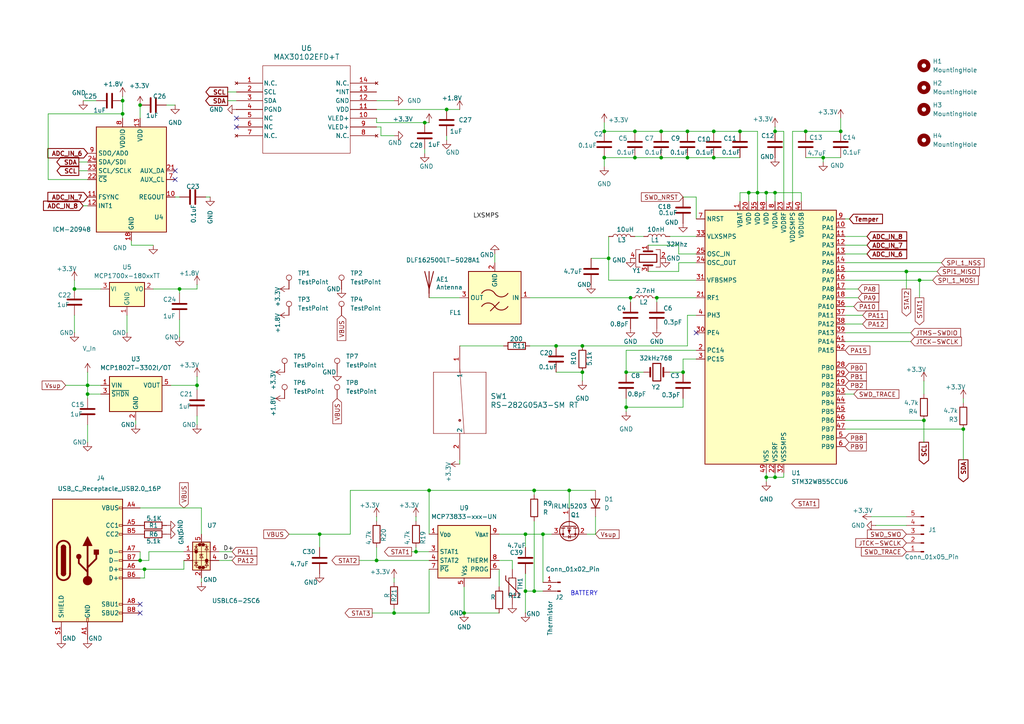
<source format=kicad_sch>
(kicad_sch (version 20250114) (generator "eeschema") (generator_version "9.0")
  (paper "A4")
  (lib_symbols
    (symbol "ALL_Components:RS-282G05A3-SM_RT" (pin_names (offset 0.254))
      (property "Reference" "SW" (at 40.64 12.7 0))
      (property "Value" "RS-282G05A3-SM RT" (at 40.64 10.16 0))
      (symbol "RS-282G05A3-SM_RT_0_1"
        (pin unspecified line (at 25.4 0 0) (length 7.62) (name "1") (number "1"))
        (pin unspecified line (at 58.42 0 180) (length 7.62) (name "2") (number "2"))
      )
    )
    (symbol "Battery_Management:MCP73833-xxx-UN"
      (property "Reference" "U" (at -6.35 8.89 0))
      (property "Value" "MCP73833-xxx-UN" (at 10.16 8.89 0))
      (symbol "MCP73833-xxx-UN_1_1"
        (pin power_in line (at -10.16 5.08 0) (length 2.54) (name "V_{DD}") (number "1"))
        (pin passive line (at -10.16 5.08 0) (length 2.54) (hide yes) (name "V_{DD}") (number "2"))
        (pin open_collector line (at -10.16 0 0) (length 2.54) (name "STAT1") (number "3"))
        (pin open_collector line (at -10.16 -2.54 0) (length 2.54) (name "STAT2") (number "4"))
        (pin open_collector line (at -10.16 -5.08 0) (length 2.54) (name "~{PG}") (number "7"))
        (pin power_in line (at 0 -10.16 90) (length 2.54) (name "V_{SS}") (number "5"))
        (pin passive line (at 10.16 5.08 180) (length 2.54) (hide yes) (name "V_{BAT}") (number "10"))
        (pin power_out line (at 10.16 5.08 180) (length 2.54) (name "V_{BAT}") (number "9"))
        (pin passive line (at 10.16 -2.54 180) (length 2.54) (name "THERM") (number "8"))
        (pin input line (at 10.16 -5.08 180) (length 2.54) (name "PROG") (number "6"))
      )
    )
    (symbol "Connector:Conn_01x02_Pin" (pin_names (offset 1.016) (hide yes))
      (property "Reference" "J" (at 0 2.54 0))
      (property "Value" "Conn_01x02_Pin" (at 0 -5.08 0))
      (symbol "Conn_01x02_Pin_1_1"
        (pin passive line (at 5.08 0 180) (length 3.81) (name "Pin_1") (number "1"))
        (pin passive line (at 5.08 -2.54 180) (length 3.81) (name "Pin_2") (number "2"))
      )
    )
    (symbol "Connector:Conn_01x05_Pin" (pin_names (offset 1.016) (hide yes))
      (property "Reference" "J" (at 0 7.62 0))
      (property "Value" "Conn_01x05_Pin" (at 0 -7.62 0))
      (symbol "Conn_01x05_Pin_1_1"
        (pin passive line (at 5.08 5.08 180) (length 3.81) (name "Pin_1") (number "1"))
        (pin passive line (at 5.08 2.54 180) (length 3.81) (name "Pin_2") (number "2"))
        (pin passive line (at 5.08 0 180) (length 3.81) (name "Pin_3") (number "3"))
        (pin passive line (at 5.08 -2.54 180) (length 3.81) (name "Pin_4") (number "4"))
        (pin passive line (at 5.08 -5.08 180) (length 3.81) (name "Pin_5") (number "5"))
      )
    )
    (symbol "Connector:TestPoint" (pin_numbers (hide yes)) (pin_names (offset 0.762) (hide yes))
      (property "Reference" "TP" (at 0 6.858 0))
      (property "Value" "TestPoint" (at 0 5.08 0))
      (symbol "TestPoint_1_1"
        (pin passive line (at 0 0 90) (length 2.54) (name "1") (number "1"))
      )
    )
    (symbol "Connector:USB_C_Receptacle_USB2.0_16P" (pin_names (offset 1.016))
      (property "Reference" "J" (at 0 22.225 0))
      (property "Value" "USB_C_Receptacle_USB2.0_16P" (at 0 19.685 0))
      (symbol "USB_C_Receptacle_USB2.0_16P_1_1"
        (pin passive line (at -7.62 -22.86 90) (length 5.08) (name "SHIELD") (number "S1"))
        (pin passive line (at 0 -22.86 90) (length 5.08) (name "GND") (number "A1"))
        (pin passive line (at 0 -22.86 90) (length 5.08) (hide yes) (name "GND") (number "A12"))
        (pin passive line (at 0 -22.86 90) (length 5.08) (hide yes) (name "GND") (number "B1"))
        (pin passive line (at 0 -22.86 90) (length 5.08) (hide yes) (name "GND") (number "B12"))
        (pin passive line (at 15.24 15.24 180) (length 5.08) (name "VBUS") (number "A4"))
        (pin passive line (at 15.24 15.24 180) (length 5.08) (hide yes) (name "VBUS") (number "A9"))
        (pin passive line (at 15.24 15.24 180) (length 5.08) (hide yes) (name "VBUS") (number "B4"))
        (pin passive line (at 15.24 15.24 180) (length 5.08) (hide yes) (name "VBUS") (number "B9"))
        (pin bidirectional line (at 15.24 10.16 180) (length 5.08) (name "CC1") (number "A5"))
        (pin bidirectional line (at 15.24 7.62 180) (length 5.08) (name "CC2") (number "B5"))
        (pin bidirectional line (at 15.24 2.54 180) (length 5.08) (name "D-") (number "A7"))
        (pin bidirectional line (at 15.24 0 180) (length 5.08) (name "D-") (number "B7"))
        (pin bidirectional line (at 15.24 -2.54 180) (length 5.08) (name "D+") (number "A6"))
        (pin bidirectional line (at 15.24 -5.08 180) (length 5.08) (name "D+") (number "B6"))
        (pin bidirectional line (at 15.24 -12.7 180) (length 5.08) (name "SBU1") (number "A8"))
        (pin bidirectional line (at 15.24 -15.24 180) (length 5.08) (name "SBU2") (number "B8"))
      )
    )
    (symbol "Device:Antenna" (pin_numbers (hide yes)) (pin_names (offset 1.016) (hide yes))
      (property "Reference" "AE" (at -1.905 1.905 0))
      (property "Value" "Antenna" (at -1.905 0 0))
      (symbol "Antenna_1_1"
        (pin input line (at 0 -5.08 90) (length 2.54) (name "A") (number "1"))
      )
    )
    (symbol "Device:C" (pin_numbers (hide yes)) (pin_names (offset 0.254))
      (property "Reference" "C" (at 0.635 2.54 0))
      (property "Value" "C" (at 0.635 -2.54 0))
      (symbol "C_1_1"
        (pin passive line (at 0 3.81 270) (length 2.794) (name "~") (number "1"))
        (pin passive line (at 0 -3.81 90) (length 2.794) (name "~") (number "2"))
      )
    )
    (symbol "Device:Crystal" (pin_numbers (hide yes)) (pin_names (offset 1.016) (hide yes))
      (property "Reference" "Y" (at 0 3.81 0))
      (property "Value" "Crystal" (at 0 -3.81 0))
      (symbol "Crystal_1_1"
        (pin passive line (at -3.81 0 0) (length 1.27) (name "1") (number "1"))
        (pin passive line (at 3.81 0 180) (length 1.27) (name "2") (number "2"))
      )
    )
    (symbol "Device:Crystal_GND24" (pin_names (offset 1.016) (hide yes))
      (property "Reference" "Y" (at 3.175 5.08 0))
      (property "Value" "Crystal_GND24" (at 3.175 3.175 0))
      (symbol "Crystal_GND24_1_1"
        (pin passive line (at -3.81 0 0) (length 1.27) (name "1") (number "1"))
        (pin passive line (at 0 5.08 270) (length 1.27) (name "2") (number "2"))
        (pin passive line (at 0 -5.08 90) (length 1.27) (name "4") (number "4"))
        (pin passive line (at 3.81 0 180) (length 1.27) (name "3") (number "3"))
      )
    )
    (symbol "Device:D" (pin_numbers (hide yes)) (pin_names (offset 1.016) (hide yes))
      (property "Reference" "D" (at 0 2.54 0))
      (property "Value" "D" (at 0 -2.54 0))
      (symbol "D_1_1"
        (pin passive line (at -3.81 0 0) (length 2.54) (name "K") (number "1"))
        (pin passive line (at 3.81 0 180) (length 2.54) (name "A") (number "2"))
      )
    )
    (symbol "Device:L" (pin_numbers (hide yes)) (pin_names (offset 1.016) (hide yes))
      (property "Reference" "L" (at -1.27 0 90))
      (property "Value" "L" (at 1.905 0 90))
      (symbol "L_1_1"
        (pin passive line (at 0 3.81 270) (length 1.27) (name "1") (number "1"))
        (pin passive line (at 0 -3.81 90) (length 1.27) (name "2") (number "2"))
      )
    )
    (symbol "Device:R" (pin_numbers (hide yes)) (pin_names (offset 0))
      (property "Reference" "R" (at 2.032 0 90))
      (property "Value" "R" (at 0 0 90))
      (symbol "R_1_1"
        (pin passive line (at 0 3.81 270) (length 1.27) (name "~") (number "1"))
        (pin passive line (at 0 -3.81 90) (length 1.27) (name "~") (number "2"))
      )
    )
    (symbol "Device:Thermistor" (pin_numbers (hide yes)) (pin_names (offset 0))
      (property "Reference" "TH" (at 2.54 1.27 90))
      (property "Value" "Thermistor" (at -2.54 0 90))
      (symbol "Thermistor_1_1"
        (pin passive line (at 0 5.08 270) (length 2.54) (name "~") (number "1"))
        (pin passive line (at 0 -5.08 90) (length 2.54) (name "~") (number "2"))
      )
    )
    (symbol "MCU_ST_STM32WB:STM32WB55CCUx"
      (property "Reference" "U" (at -17.78 39.37 0))
      (property "Value" "STM32WB55CCUx" (at 12.7 39.37 0))
      (symbol "STM32WB55CCUx_1_1"
        (pin input line (at -20.32 35.56 0) (length 2.54) (name "NRST") (number "7"))
        (pin power_in line (at -20.32 30.48 0) (length 2.54) (name "VLXSMPS") (number "33"))
        (pin input line (at -20.32 25.4 0) (length 2.54) (name "OSC_IN") (number "25"))
        (pin input line (at -20.32 22.86 0) (length 2.54) (name "OSC_OUT") (number "24"))
        (pin input line (at -20.32 17.78 0) (length 2.54) (name "VFBSMPS") (number "31"))
        (pin bidirectional line (at -20.32 12.7 0) (length 2.54) (name "RF1") (number "21"))
        (pin bidirectional line (at -20.32 7.62 0) (length 2.54) (name "PH3") (number "4"))
        (pin bidirectional line (at -20.32 2.54 0) (length 2.54) (name "PE4") (number "30"))
        (pin bidirectional line (at -20.32 -2.54 0) (length 2.54) (name "PC14") (number "2"))
        (pin bidirectional line (at -20.32 -5.08 0) (length 2.54) (name "PC15") (number "3"))
        (pin no_connect line (at -17.78 -33.02 0) (length 2.54) (hide yes) (name "AT1") (number "27"))
        (pin no_connect line (at -17.78 -35.56 0) (length 2.54) (hide yes) (name "AT0") (number "26"))
        (pin power_in line (at -7.62 40.64 270) (length 2.54) (name "VBAT") (number "1"))
        (pin power_in line (at -5.08 40.64 270) (length 2.54) (name "VDD") (number "20"))
        (pin power_in line (at -2.54 40.64 270) (length 2.54) (name "VDD") (number "35"))
        (pin power_in line (at 0 40.64 270) (length 2.54) (name "VDD") (number "48"))
        (pin power_in line (at 0 -38.1 90) (length 2.54) (name "VSS") (number "49"))
        (pin power_in line (at 2.54 40.64 270) (length 2.54) (name "VDDA") (number "8"))
        (pin power_in line (at 2.54 -38.1 90) (length 2.54) (name "VSSRF") (number "22"))
        (pin power_in line (at 5.08 40.64 270) (length 2.54) (name "VDDRF") (number "23"))
        (pin power_in line (at 5.08 -38.1 90) (length 2.54) (name "VSSSMPS") (number "32"))
        (pin power_in line (at 7.62 40.64 270) (length 2.54) (name "VDDSMPS") (number "34"))
        (pin power_in line (at 10.16 40.64 270) (length 2.54) (name "VDDUSB") (number "40"))
        (pin bidirectional line (at 22.86 35.56 180) (length 2.54) (name "PA0") (number "9"))
        (pin bidirectional line (at 22.86 33.02 180) (length 2.54) (name "PA1") (number "10"))
        (pin bidirectional line (at 22.86 30.48 180) (length 2.54) (name "PA2") (number "11"))
        (pin bidirectional line (at 22.86 27.94 180) (length 2.54) (name "PA3") (number "12"))
        (pin bidirectional line (at 22.86 25.4 180) (length 2.54) (name "PA4") (number "13"))
        (pin bidirectional line (at 22.86 22.86 180) (length 2.54) (name "PA5") (number "14"))
        (pin bidirectional line (at 22.86 20.32 180) (length 2.54) (name "PA6") (number "15"))
        (pin bidirectional line (at 22.86 17.78 180) (length 2.54) (name "PA7") (number "16"))
        (pin bidirectional line (at 22.86 15.24 180) (length 2.54) (name "PA8") (number "17"))
        (pin bidirectional line (at 22.86 12.7 180) (length 2.54) (name "PA9") (number "18"))
        (pin bidirectional line (at 22.86 10.16 180) (length 2.54) (name "PA10") (number "36"))
        (pin bidirectional line (at 22.86 7.62 180) (length 2.54) (name "PA11") (number "37"))
        (pin bidirectional line (at 22.86 5.08 180) (length 2.54) (name "PA12") (number "38"))
        (pin bidirectional line (at 22.86 2.54 180) (length 2.54) (name "PA13") (number "39"))
        (pin bidirectional line (at 22.86 0 180) (length 2.54) (name "PA14") (number "41"))
        (pin bidirectional line (at 22.86 -2.54 180) (length 2.54) (name "PA15") (number "42"))
        (pin bidirectional line (at 22.86 -7.62 180) (length 2.54) (name "PB0") (number "28"))
        (pin bidirectional line (at 22.86 -10.16 180) (length 2.54) (name "PB1") (number "29"))
        (pin bidirectional line (at 22.86 -12.7 180) (length 2.54) (name "PB2") (number "19"))
        (pin bidirectional line (at 22.86 -15.24 180) (length 2.54) (name "PB3") (number "43"))
        (pin bidirectional line (at 22.86 -17.78 180) (length 2.54) (name "PB4") (number "44"))
        (pin bidirectional line (at 22.86 -20.32 180) (length 2.54) (name "PB5") (number "45"))
        (pin bidirectional line (at 22.86 -22.86 180) (length 2.54) (name "PB6") (number "46"))
        (pin bidirectional line (at 22.86 -25.4 180) (length 2.54) (name "PB7") (number "47"))
        (pin bidirectional line (at 22.86 -27.94 180) (length 2.54) (name "PB8") (number "5"))
        (pin bidirectional line (at 22.86 -30.48 180) (length 2.54) (name "PB9") (number "6"))
      )
    )
    (symbol "Mechanical:MountingHole" (pin_names (offset 1.016)) (exclude_from_sim yes) (in_bom no)
      (property "Reference" "H" (at 0 5.08 0))
      (property "Value" "MountingHole" (at 0 3.175 0))
    )
    (symbol "Power_Protection:USBLC6-2SC6" (pin_names (hide yes))
      (property "Reference" "U" (at 0.635 5.715 0))
      (property "Value" "USBLC6-2SC6" (at 0.635 3.81 0))
      (symbol "USBLC6-2SC6_1_1"
        (pin passive line (at -5.08 0 0) (length 2.54) (name "I/O1") (number "1"))
        (pin passive line (at -5.08 -2.54 0) (length 2.54) (name "I/O2") (number "3"))
        (pin passive line (at 0 5.08 270) (length 2.54) (name "VBUS") (number "5"))
        (pin passive line (at 0 -7.62 90) (length 2.54) (name "GND") (number "2"))
        (pin passive line (at 5.08 0 180) (length 2.54) (name "I/O1") (number "6"))
        (pin passive line (at 5.08 -2.54 180) (length 2.54) (name "I/O2") (number "4"))
      )
    )
    (symbol "RF_Filter:LFCN-2400"
      (property "Reference" "FL" (at 0 10.795 0))
      (property "Value" "LFCN-2400" (at 0 8.89 0))
      (symbol "LFCN-2400_1_1"
        (pin passive line (at -10.16 0 0) (length 2.54) (name "IN") (number "1"))
        (pin passive line (at 0 -10.16 90) (length 2.54) (name "GND") (number "2"))
        (pin passive line (at 0 -10.16 90) (length 2.54) (hide yes) (name "GND") (number "4"))
        (pin passive line (at 10.16 0 180) (length 2.54) (name "OUT") (number "3"))
      )
    )
    (symbol "Regulator_Linear:MCP1700x-180xxTT" (pin_names (offset 0.254))
      (property "Reference" "U" (at -3.81 3.175 0))
      (property "Value" "MCP1700x-180xxTT" (at 0 3.175 0))
      (symbol "MCP1700x-180xxTT_1_1"
        (pin power_in line (at -7.62 0 0) (length 2.54) (name "VI") (number "3"))
        (pin power_in line (at 0 -7.62 90) (length 2.54) (name "GND") (number "1"))
        (pin power_out line (at 7.62 0 180) (length 2.54) (name "VO") (number "2"))
      )
    )
    (symbol "Regulator_Linear:MCP1802x-xx02xOT"
      (property "Reference" "U" (at -6.35 6.35 0))
      (property "Value" "MCP1802x-xx02xOT" (at 0 6.35 0))
      (symbol "MCP1802x-xx02xOT_1_1"
        (pin power_in line (at -10.16 2.54 0) (length 2.54) (name "VIN") (number "1"))
        (pin input line (at -10.16 0 0) (length 2.54) (name "~{SHDN}") (number "3"))
        (pin power_in line (at 0 -7.62 90) (length 2.54) (name "GND") (number "2"))
        (pin no_connect line (at 7.62 0 180) (length 2.54) (hide yes) (name "NC") (number "4"))
        (pin power_out line (at 10.16 2.54 180) (length 2.54) (name "VOUT") (number "5"))
      )
    )
    (symbol "Sensor_Motion:ICM-20948"
      (property "Reference" "U" (at -11.43 16.51 0))
      (property "Value" "ICM-20948" (at 7.62 -16.51 0))
      (symbol "ICM-20948_1_1"
        (pin bidirectional line (at -12.7 7.62 0) (length 2.54) (name "SDO/AD0") (number "9"))
        (pin bidirectional line (at -12.7 5.08 0) (length 2.54) (name "SDA/SDI") (number "24"))
        (pin input line (at -12.7 2.54 0) (length 2.54) (name "SCL/SCLK") (number "23"))
        (pin input line (at -12.7 0 0) (length 2.54) (name "~{CS}") (number "22"))
        (pin input line (at -12.7 -5.08 0) (length 2.54) (name "FSYNC") (number "11"))
        (pin output line (at -12.7 -7.62 0) (length 2.54) (name "INT1") (number "12"))
        (pin no_connect line (at -10.16 12.7 0) (length 2.54) (hide yes) (name "NC") (number "1"))
        (pin no_connect line (at -10.16 10.16 0) (length 2.54) (hide yes) (name "NC") (number "2"))
        (pin no_connect line (at -10.16 -2.54 0) (length 2.54) (hide yes) (name "NC") (number "3"))
        (pin no_connect line (at -10.16 -10.16 0) (length 2.54) (hide yes) (name "NC") (number "4"))
        (pin no_connect line (at -10.16 -12.7 0) (length 2.54) (hide yes) (name "NC") (number "5"))
        (pin power_in line (at -2.54 17.78 270) (length 2.54) (name "VDDIO") (number "8"))
        (pin power_in line (at 0 -17.78 90) (length 2.54) (name "GND") (number "18"))
        (pin passive line (at 0 -17.78 90) (length 2.54) (hide yes) (name "GND") (number "20"))
        (pin power_in line (at 2.54 17.78 270) (length 2.54) (name "VDD") (number "13"))
        (pin no_connect line (at 10.16 10.16 180) (length 2.54) (hide yes) (name "NC") (number "6"))
        (pin no_connect line (at 10.16 7.62 180) (length 2.54) (hide yes) (name "NC") (number "14"))
        (pin no_connect line (at 10.16 5.08 180) (length 2.54) (hide yes) (name "NC") (number "15"))
        (pin no_connect line (at 10.16 -7.62 180) (length 2.54) (hide yes) (name "NC") (number "16"))
        (pin no_connect line (at 10.16 -10.16 180) (length 2.54) (hide yes) (name "NC") (number "17"))
        (pin no_connect line (at 10.16 -12.7 180) (length 2.54) (hide yes) (name "RESV") (number "19"))
        (pin bidirectional line (at 12.7 2.54 180) (length 2.54) (name "AUX_DA") (number "21"))
        (pin output line (at 12.7 0 180) (length 2.54) (name "AUX_CL") (number "7"))
        (pin passive line (at 12.7 -5.08 180) (length 2.54) (name "REGOUT") (number "10"))
      )
    )
    (symbol "Transistor_FET:IRLML5203" (pin_names (hide yes))
      (property "Reference" "Q" (at 5.08 1.905 0))
      (property "Value" "IRLML5203" (at 5.08 0 0))
      (symbol "IRLML5203_1_1"
        (pin input line (at -5.08 0 0) (length 2.54) (name "G") (number "1"))
        (pin passive line (at 2.54 5.08 270) (length 2.54) (name "D") (number "3"))
        (pin passive line (at 2.54 -5.08 90) (length 2.54) (name "S") (number "2"))
      )
    )
    (symbol "aal_sym:MAX30102EFD+T" (pin_names (offset 0.254))
      (property "Reference" "U" (at 20.32 10.16 0))
      (property "Value" "MAX30102EFD+T" (at 20.32 7.62 0))
      (symbol "MAX30102EFD+T_0_1"
        (pin no_connect line (at 0 0 0) (length 7.62) (name "N.C.") (number "1"))
        (pin unspecified line (at 0 -2.54 0) (length 7.62) (name "SCL") (number "2"))
        (pin unspecified line (at 0 -5.08 0) (length 7.62) (name "SDA") (number "3"))
        (pin power_out line (at 0 -7.62 0) (length 7.62) (name "PGND") (number "4"))
        (pin unspecified line (at 0 -10.16 0) (length 7.62) (name "NC") (number "5"))
        (pin unspecified line (at 0 -12.7 0) (length 7.62) (name "NC") (number "6"))
        (pin no_connect line (at 0 -15.24 0) (length 7.62) (name "N.C.") (number "7"))
        (pin no_connect line (at 40.64 0 180) (length 7.62) (name "N.C.") (number "14"))
        (pin unspecified line (at 40.64 -2.54 180) (length 7.62) (name "*INT") (number "13"))
        (pin power_out line (at 40.64 -5.08 180) (length 7.62) (name "GND") (number "12"))
        (pin power_in line (at 40.64 -7.62 180) (length 7.62) (name "VDD") (number "11"))
        (pin unspecified line (at 40.64 -10.16 180) (length 7.62) (name "VLED+") (number "10"))
        (pin unspecified line (at 40.64 -12.7 180) (length 7.62) (name "VLED+") (number "9"))
        (pin no_connect line (at 40.64 -15.24 180) (length 7.62) (name "N.C.") (number "8"))
      )
    )
    (symbol "power:+3.3V" (power) (pin_numbers (hide yes)) (pin_names (offset 0) (hide yes))
      (property "Value" "+3.3V" (at 0 3.556 0))
      (symbol "+3.3V_1_1"
        (pin power_in line (at 0 0 90) (length 0) (name "~") (number "1"))
      )
    )
    (symbol "power:GND" (power) (pin_numbers (hide yes)) (pin_names (offset 0) (hide yes))
      (property "Value" "GND" (at 0 -3.81 0))
      (symbol "GND_1_1"
        (pin power_in line (at 0 0 270) (length 0) (name "~") (number "1"))
      )
    )
  )
  (text "BATTERY" (at 169.418 172.212 0) (effects (font (size 1.27 1.27))))
  (junction (at 161.29 100.33))
  (junction (at 190.5 86.36))
  (junction (at 157.48 154.94))
  (junction (at 175.26 38.1))
  (junction (at 214.63 38.1))
  (junction (at 114.3 177.8))
  (junction (at 129.54 31.75))
  (junction (at 181.61 118.11))
  (junction (at 243.84 38.1))
  (junction (at 134.62 177.8))
  (junction (at 217.17 55.88))
  (junction (at 176.53 74.93))
  (junction (at 123.19 35.56))
  (junction (at 207.01 38.1))
  (junction (at 222.25 55.88))
  (junction (at 120.65 160.02))
  (junction (at 57.15 111.76))
  (junction (at 25.4 111.76))
  (junction (at 224.79 138.43))
  (junction (at 198.12 107.95))
  (junction (at 154.94 142.24))
  (junction (at 224.79 38.1))
  (junction (at 267.97 121.92))
  (junction (at 168.91 100.33))
  (junction (at 207.01 45.72))
  (junction (at 182.88 86.36))
  (junction (at 52.07 83.82))
  (junction (at 109.22 162.56))
  (junction (at 92.71 154.94))
  (junction (at 279.4 124.46))
  (junction (at 35.56 33.02))
  (junction (at 152.4 154.94))
  (junction (at 262.89 78.74))
  (junction (at 184.15 45.72))
  (junction (at 222.25 138.43))
  (junction (at 40.64 162.56))
  (junction (at 219.71 55.88))
  (junction (at 35.56 29.21))
  (junction (at 165.1 142.24))
  (junction (at 191.77 45.72))
  (junction (at 175.26 45.72))
  (junction (at 124.46 142.24))
  (junction (at 184.15 38.1))
  (junction (at 199.39 38.1))
  (junction (at 199.39 45.72))
  (junction (at 25.4 114.3))
  (junction (at 191.77 38.1))
  (junction (at 224.79 55.88))
  (junction (at 168.91 107.95))
  (junction (at 181.61 107.95))
  (junction (at 266.7 81.28))
  (junction (at 41.91 165.1))
  (junction (at 21.59 83.82))
  (junction (at 154.94 171.45))
  (junction (at 233.68 38.1))
  (junction (at 40.64 30.48))
  (junction (at 238.76 45.72))
  (junction (at 152.4 171.45))
  (no_connect (at 50.8 49.53))
  (no_connect (at 50.8 52.07))
  (no_connect (at 68.58 36.83))
  (no_connect (at 40.64 175.26))
  (no_connect (at 201.93 96.52))
  (no_connect (at 68.58 34.29))
  (no_connect (at 40.64 177.8))
  (wire (pts (xy 152.4 166.37) (xy 152.4 171.45)))
  (wire (pts (xy 224.79 138.43) (xy 224.79 137.16)))
  (wire (pts (xy 233.68 45.72) (xy 238.76 45.72)))
  (wire (pts (xy 109.22 158.75) (xy 109.22 162.56)))
  (wire (pts (xy 53.34 165.1) (xy 41.91 165.1)))
  (wire (pts (xy 110.49 36.83) (xy 110.49 39.37)))
  (wire (pts (xy 229.87 38.1) (xy 229.87 58.42)))
  (wire (pts (xy 224.79 38.1) (xy 227.33 38.1)))
  (wire (pts (xy 219.71 55.88) (xy 222.25 55.88)))
  (wire (pts (xy 181.61 118.11) (xy 198.12 118.11)))
  (wire (pts (xy 21.59 81.28) (xy 21.59 83.82)))
  (wire (pts (xy 168.91 107.95) (xy 168.91 110.49)))
  (wire (pts (xy 124.46 86.36) (xy 133.35 86.36)))
  (wire (pts (xy 217.17 55.88) (xy 219.71 55.88)))
  (wire (pts (xy 243.84 34.29) (xy 243.84 38.1)))
  (wire (pts (xy 25.4 123.19) (xy 25.4 128.27)))
  (wire (pts (xy 21.59 91.44) (xy 21.59 96.52)))
  (wire (pts (xy 247.65 88.9) (xy 245.11 88.9)))
  (wire (pts (xy 124.46 142.24) (xy 124.46 154.94)))
  (wire (pts (xy 196.85 73.66) (xy 196.85 71.12)))
  (wire (pts (xy 24.13 29.21) (xy 27.94 29.21)))
  (wire (pts (xy 35.56 27.94) (xy 35.56 29.21)))
  (wire (pts (xy 252.73 149.86) (xy 262.89 149.86)))
  (wire (pts (xy 129.54 31.75) (xy 133.35 31.75)))
  (wire (pts (xy 154.94 151.13) (xy 154.94 171.45)))
  (wire (pts (xy 35.56 33.02) (xy 13.97 33.02)))
  (wire (pts (xy 21.59 83.82) (xy 29.21 83.82)))
  (wire (pts (xy 40.64 160.02) (xy 40.64 162.56)))
  (wire (pts (xy 248.92 86.36) (xy 245.11 86.36)))
  (wire (pts (xy 25.4 114.3) (xy 25.4 111.76)))
  (wire (pts (xy 198.12 104.14) (xy 201.93 104.14)))
  (wire (pts (xy 262.89 78.74) (xy 262.89 83.82)))
  (wire (pts (xy 13.97 52.07) (xy 25.4 52.07)))
  (wire (pts (xy 198.12 57.15) (xy 201.93 57.15)))
  (wire (pts (xy 245.11 124.46) (xy 279.4 124.46)))
  (wire (pts (xy 227.33 138.43) (xy 227.33 137.16)))
  (wire (pts (xy 181.61 107.95) (xy 186.69 107.95)))
  (wire (pts (xy 222.25 138.43) (xy 224.79 138.43)))
  (wire (pts (xy 222.25 55.88) (xy 224.79 55.88)))
  (wire (pts (xy 267.97 114.3) (xy 267.97 110.49)))
  (wire (pts (xy 222.25 138.43) (xy 222.25 137.16)))
  (wire (pts (xy 57.15 82.55) (xy 57.15 83.82)))
  (wire (pts (xy 222.25 138.43) (xy 222.25 139.7)))
  (wire (pts (xy 133.35 134.62) (xy 133.35 133.35)))
  (wire (pts (xy 123.19 35.56) (xy 124.46 35.56)))
  (wire (pts (xy 53.34 162.56) (xy 53.34 165.1)))
  (wire (pts (xy 152.4 158.75) (xy 152.4 154.94)))
  (wire (pts (xy 38.1 71.12) (xy 44.45 71.12)))
  (wire (pts (xy 198.12 107.95) (xy 194.31 107.95)))
  (wire (pts (xy 187.96 78.74) (xy 196.85 78.74)))
  (wire (pts (xy 267.97 121.92) (xy 267.97 128.27)))
  (wire (pts (xy 154.94 142.24) (xy 165.1 142.24)))
  (wire (pts (xy 196.85 76.2) (xy 201.93 76.2)))
  (wire (pts (xy 66.04 26.67) (xy 68.58 26.67)))
  (wire (pts (xy 35.56 29.21) (xy 35.56 33.02)))
  (wire (pts (xy 243.84 38.1) (xy 233.68 38.1)))
  (wire (pts (xy 176.53 81.28) (xy 201.93 81.28)))
  (wire (pts (xy 120.65 149.86) (xy 120.65 151.13)))
  (wire (pts (xy 120.65 160.02) (xy 124.46 160.02)))
  (wire (pts (xy 227.33 38.1) (xy 227.33 58.42)))
  (wire (pts (xy 176.53 74.93) (xy 176.53 81.28)))
  (wire (pts (xy 271.78 78.74) (xy 262.89 78.74)))
  (wire (pts (xy 181.61 118.11) (xy 181.61 119.38)))
  (wire (pts (xy 219.71 38.1) (xy 219.71 55.88)))
  (wire (pts (xy 184.15 45.72) (xy 191.77 45.72)))
  (wire (pts (xy 24.13 59.69) (xy 25.4 59.69)))
  (wire (pts (xy 157.48 154.94) (xy 160.02 154.94)))
  (wire (pts (xy 199.39 100.33) (xy 168.91 100.33)))
  (wire (pts (xy 161.29 107.95) (xy 168.91 107.95)))
  (wire (pts (xy 245.11 81.28) (xy 266.7 81.28)))
  (wire (pts (xy 22.86 49.53) (xy 25.4 49.53)))
  (wire (pts (xy 83.82 154.94) (xy 92.71 154.94)))
  (wire (pts (xy 172.72 149.86) (xy 172.72 154.94)))
  (wire (pts (xy 191.77 38.1) (xy 199.39 38.1)))
  (wire (pts (xy 245.11 121.92) (xy 267.97 121.92)))
  (wire (pts (xy 58.42 168.91) (xy 58.42 167.64)))
  (wire (pts (xy 144.78 170.18) (xy 144.78 165.1)))
  (wire (pts (xy 184.15 38.1) (xy 191.77 38.1)))
  (wire (pts (xy 124.46 142.24) (xy 154.94 142.24)))
  (wire (pts (xy 133.35 100.33) (xy 146.05 100.33)))
  (wire (pts (xy 101.6 142.24) (xy 101.6 154.94)))
  (wire (pts (xy 199.39 45.72) (xy 207.01 45.72)))
  (wire (pts (xy 92.71 154.94) (xy 101.6 154.94)))
  (wire (pts (xy 245.11 96.52) (xy 264.16 96.52)))
  (wire (pts (xy 175.26 45.72) (xy 175.26 48.26)))
  (wire (pts (xy 245.11 76.2) (xy 273.05 76.2)))
  (wire (pts (xy 114.3 177.8) (xy 124.46 177.8)))
  (wire (pts (xy 52.07 92.71) (xy 52.07 97.79)))
  (wire (pts (xy 161.29 100.33) (xy 168.91 100.33)))
  (wire (pts (xy 184.15 68.58) (xy 186.69 68.58)))
  (wire (pts (xy 199.39 91.44) (xy 199.39 100.33)))
  (wire (pts (xy 13.97 33.02) (xy 13.97 52.07)))
  (wire (pts (xy 238.76 45.72) (xy 243.84 45.72)))
  (wire (pts (xy 198.12 104.14) (xy 198.12 107.95)))
  (wire (pts (xy 190.5 86.36) (xy 190.5 87.63)))
  (wire (pts (xy 201.93 101.6) (xy 181.61 101.6)))
  (wire (pts (xy 52.07 57.15) (xy 50.8 57.15)))
  (wire (pts (xy 44.45 83.82) (xy 52.07 83.82)))
  (wire (pts (xy 39.37 123.19) (xy 39.37 121.92)))
  (wire (pts (xy 224.79 36.83) (xy 224.79 38.1)))
  (wire (pts (xy 245.11 99.06) (xy 264.16 99.06)))
  (wire (pts (xy 172.72 142.24) (xy 165.1 142.24)))
  (wire (pts (xy 176.53 68.58) (xy 176.53 74.93)))
  (wire (pts (xy 214.63 55.88) (xy 217.17 55.88)))
  (wire (pts (xy 266.7 81.28) (xy 270.51 81.28)))
  (wire (pts (xy 109.22 162.56) (xy 124.46 162.56)))
  (wire (pts (xy 104.14 162.56) (xy 109.22 162.56)))
  (wire (pts (xy 35.56 33.02) (xy 35.56 34.29)))
  (wire (pts (xy 251.46 71.12) (xy 245.11 71.12)))
  (wire (pts (xy 58.42 147.32) (xy 58.42 154.94)))
  (wire (pts (xy 254 152.4) (xy 262.89 152.4)))
  (wire (pts (xy 114.3 177.8) (xy 114.3 176.53)))
  (wire (pts (xy 154.94 143.51) (xy 154.94 142.24)))
  (wire (pts (xy 114.3 29.21) (xy 109.22 29.21)))
  (wire (pts (xy 143.51 76.2) (xy 143.51 73.66)))
  (wire (pts (xy 233.68 38.1) (xy 229.87 38.1)))
  (wire (pts (xy 110.49 39.37) (xy 114.3 39.37)))
  (wire (pts (xy 119.38 160.02) (xy 120.65 160.02)))
  (wire (pts (xy 134.62 177.8) (xy 144.78 177.8)))
  (wire (pts (xy 38.1 71.12) (xy 38.1 69.85)))
  (wire (pts (xy 67.31 162.56) (xy 63.5 162.56)))
  (wire (pts (xy 207.01 45.72) (xy 214.63 45.72)))
  (wire (pts (xy 43.18 162.56) (xy 43.18 160.02)))
  (wire (pts (xy 22.86 46.99) (xy 25.4 46.99)))
  (wire (pts (xy 25.4 111.76) (xy 29.21 111.76)))
  (wire (pts (xy 175.26 38.1) (xy 184.15 38.1)))
  (wire (pts (xy 201.93 57.15) (xy 201.93 63.5)))
  (wire (pts (xy 57.15 111.76) (xy 57.15 113.03)))
  (wire (pts (xy 196.85 78.74) (xy 196.85 76.2)))
  (wire (pts (xy 43.18 160.02) (xy 53.34 160.02)))
  (wire (pts (xy 109.22 149.86) (xy 109.22 151.13)))
  (wire (pts (xy 40.64 147.32) (xy 58.42 147.32)))
  (wire (pts (xy 248.92 83.82) (xy 245.11 83.82)))
  (wire (pts (xy 170.18 154.94) (xy 172.72 154.94)))
  (wire (pts (xy 40.64 162.56) (xy 43.18 162.56)))
  (wire (pts (xy 219.71 55.88) (xy 219.71 58.42)))
  (wire (pts (xy 152.4 154.94) (xy 157.48 154.94)))
  (wire (pts (xy 165.1 142.24) (xy 165.1 147.32)))
  (wire (pts (xy 247.65 114.3) (xy 245.11 114.3)))
  (wire (pts (xy 66.04 29.21) (xy 68.58 29.21)))
  (wire (pts (xy 250.19 91.44) (xy 245.11 91.44)))
  (wire (pts (xy 181.61 101.6) (xy 181.61 107.95)))
  (wire (pts (xy 201.93 73.66) (xy 196.85 73.66)))
  (wire (pts (xy 60.96 57.15) (xy 59.69 57.15)))
  (wire (pts (xy 52.07 83.82) (xy 52.07 85.09)))
  (wire (pts (xy 153.67 100.33) (xy 161.29 100.33)))
  (wire (pts (xy 224.79 138.43) (xy 227.33 138.43)))
  (wire (pts (xy 219.71 38.1) (xy 214.63 38.1)))
  (wire (pts (xy 222.25 55.88) (xy 222.25 58.42)))
  (wire (pts (xy 194.31 68.58) (xy 201.93 68.58)))
  (wire (pts (xy 120.65 158.75) (xy 120.65 160.02)))
  (wire (pts (xy 251.46 68.58) (xy 245.11 68.58)))
  (wire (pts (xy 41.91 165.1) (xy 40.64 165.1)))
  (wire (pts (xy 107.95 177.8) (xy 114.3 177.8)))
  (wire (pts (xy 224.79 55.88) (xy 232.41 55.88)))
  (wire (pts (xy 109.22 31.75) (xy 129.54 31.75)))
  (wire (pts (xy 57.15 83.82) (xy 52.07 83.82)))
  (wire (pts (xy 214.63 58.42) (xy 214.63 55.88)))
  (wire (pts (xy 191.77 45.72) (xy 199.39 45.72)))
  (wire (pts (xy 109.22 35.56) (xy 123.19 35.56)))
  (wire (pts (xy 49.53 111.76) (xy 57.15 111.76)))
  (wire (pts (xy 50.8 30.48) (xy 48.26 30.48)))
  (wire (pts (xy 92.71 158.75) (xy 92.71 154.94)))
  (wire (pts (xy 57.15 109.22) (xy 57.15 111.76)))
  (wire (pts (xy 199.39 91.44) (xy 201.93 91.44)))
  (wire (pts (xy 153.67 86.36) (xy 182.88 86.36)))
  (wire (pts (xy 144.78 154.94) (xy 152.4 154.94)))
  (wire (pts (xy 217.17 55.88) (xy 217.17 58.42)))
  (wire (pts (xy 198.12 118.11) (xy 198.12 115.57)))
  (wire (pts (xy 114.3 167.64) (xy 114.3 168.91)))
  (wire (pts (xy 152.4 171.45) (xy 152.4 177.8)))
  (wire (pts (xy 187.96 71.12) (xy 196.85 71.12)))
  (wire (pts (xy 36.83 96.52) (xy 36.83 91.44)))
  (wire (pts (xy 110.49 36.83) (xy 109.22 36.83)))
  (wire (pts (xy 19.05 111.76) (xy 25.4 111.76)))
  (wire (pts (xy 175.26 45.72) (xy 184.15 45.72)))
  (wire (pts (xy 279.4 133.35) (xy 279.4 124.46)))
  (wire (pts (xy 144.78 162.56) (xy 148.59 162.56)))
  (wire (pts (xy 262.89 78.74) (xy 245.11 78.74)))
  (wire (pts (xy 109.22 35.56) (xy 109.22 34.29)))
  (wire (pts (xy 238.76 46.99) (xy 238.76 45.72)))
  (wire (pts (xy 246.38 63.5) (xy 245.11 63.5)))
  (wire (pts (xy 129.54 40.64) (xy 129.54 39.37)))
  (wire (pts (xy 250.19 93.98) (xy 245.11 93.98)))
  (wire (pts (xy 40.64 30.48) (xy 40.64 34.29)))
  (wire (pts (xy 25.4 107.95) (xy 25.4 111.76)))
  (wire (pts (xy 123.19 44.45) (xy 123.19 43.18)))
  (wire (pts (xy 181.61 115.57) (xy 181.61 118.11)))
  (wire (pts (xy 251.46 73.66) (xy 245.11 73.66)))
  (wire (pts (xy 171.45 74.93) (xy 176.53 74.93)))
  (wire (pts (xy 266.7 86.36) (xy 266.7 81.28)))
  (wire (pts (xy 190.5 86.36) (xy 201.93 86.36)))
  (wire (pts (xy 101.6 142.24) (xy 124.46 142.24)))
  (wire (pts (xy 154.94 171.45) (xy 157.48 171.45)))
  (wire (pts (xy 134.62 170.18) (xy 134.62 177.8)))
  (wire (pts (xy 25.4 114.3) (xy 25.4 115.57)))
  (wire (pts (xy 182.88 86.36) (xy 182.88 87.63)))
  (wire (pts (xy 157.48 154.94) (xy 157.48 168.91)))
  (wire (pts (xy 124.46 177.8) (xy 124.46 165.1)))
  (wire (pts (xy 57.15 123.19) (xy 57.15 120.65)))
  (wire (pts (xy 224.79 55.88) (xy 224.79 58.42)))
  (wire (pts (xy 232.41 55.88) (xy 232.41 58.42)))
  (wire (pts (xy 40.64 167.64) (xy 41.91 167.64)))
  (wire (pts (xy 279.4 115.57) (xy 279.4 116.84)))
  (wire (pts (xy 207.01 38.1) (xy 214.63 38.1)))
  (wire (pts (xy 152.4 171.45) (xy 154.94 171.45)))
  (wire (pts (xy 29.21 114.3) (xy 25.4 114.3)))
  (wire (pts (xy 175.26 35.56) (xy 175.26 38.1)))
  (wire (pts (xy 148.59 162.56) (xy 148.59 165.1)))
  (wire (pts (xy 41.91 167.64) (xy 41.91 165.1)))
  (wire (pts (xy 67.31 160.02) (xy 63.5 160.02)))
  (wire (pts (xy 199.39 38.1) (xy 207.01 38.1)))
  (label "D-" (at 64.77 162.56 0))
  (label "D+" (at 64.77 160.02 0))
  (label "LXSMPS" (at 144.78 63.5 180))
  (global_label "SPI1_MISO" (shape input) (at 271.78 78.74 0) (property "Intersheetrefs" "${INTERSHEET_REFS}" (effects (hide yes))))
  (global_label "SDA" (shape output) (at 279.4 133.35 270) (effects (font (bold yes))) (property "Intersheetrefs" "${INTERSHEET_REFS}" (effects (hide yes))))
  (global_label "PA15" (shape input) (at 245.11 101.6 0) (property "Intersheetrefs" "${INTERSHEET_REFS}" (effects (hide yes))))
  (global_label "SCL" (shape output) (at 66.04 26.67 180) (effects (font (bold yes))) (property "Intersheetrefs" "${INTERSHEET_REFS}" (effects (hide yes))))
  (global_label "Vsup" (shape input) (at 19.05 111.76 180) (property "Intersheetrefs" "${INTERSHEET_REFS}" (effects (hide yes))))
  (global_label "STAT2" (shape output) (at 262.89 83.82 270) (property "Intersheetrefs" "${INTERSHEET_REFS}" (effects (hide yes))))
  (global_label "JTCK-SWCLK" (shape input) (at 264.16 99.06 0) (property "Intersheetrefs" "${INTERSHEET_REFS}" (effects (hide yes))))
  (global_label "ADC_IN_6" (shape input) (at 25.4 44.45 180) (effects (font (bold yes))) (property "Intersheetrefs" "${INTERSHEET_REFS}" (effects (hide yes))))
  (global_label "ADC_IN_7" (shape input) (at 251.46 71.12 0) (effects (font (bold yes))) (property "Intersheetrefs" "${INTERSHEET_REFS}" (effects (hide yes))))
  (global_label "VBUS" (shape input) (at 99.06 91.44 270) (property "Intersheetrefs" "${INTERSHEET_REFS}" (effects (hide yes))))
  (global_label "VBUS" (shape input) (at 97.79 115.57 270) (property "Intersheetrefs" "${INTERSHEET_REFS}" (effects (hide yes))))
  (global_label "SDA" (shape output) (at 66.04 29.21 180) (effects (font (bold yes))) (property "Intersheetrefs" "${INTERSHEET_REFS}" (effects (hide yes))))
  (global_label "PA10" (shape input) (at 247.65 88.9 0) (property "Intersheetrefs" "${INTERSHEET_REFS}" (effects (hide yes))))
  (global_label "ADC_IN_7" (shape input) (at 25.4 57.15 180) (effects (font (bold yes))) (property "Intersheetrefs" "${INTERSHEET_REFS}" (effects (hide yes))))
  (global_label "STAT3" (shape output) (at 107.95 177.8 180) (property "Intersheetrefs" "${INTERSHEET_REFS}" (effects (hide yes))))
  (global_label "SWD_SWO" (shape input) (at 262.89 154.94 180) (property "Intersheetrefs" "${INTERSHEET_REFS}" (effects (hide yes))))
  (global_label "SWD_TRACE" (shape input) (at 247.65 114.3 0) (property "Intersheetrefs" "${INTERSHEET_REFS}" (effects (hide yes))))
  (global_label "JTCK-SWCLK" (shape input) (at 262.89 157.48 180) (property "Intersheetrefs" "${INTERSHEET_REFS}" (effects (hide yes))))
  (global_label "ADC_IN_8" (shape input) (at 251.46 68.58 0) (effects (font (bold yes))) (property "Intersheetrefs" "${INTERSHEET_REFS}" (effects (hide yes))))
  (global_label "SWD_TRACE" (shape input) (at 262.89 160.02 180) (property "Intersheetrefs" "${INTERSHEET_REFS}" (effects (hide yes))))
  (global_label "STAT1" (shape output) (at 266.7 86.36 270) (property "Intersheetrefs" "${INTERSHEET_REFS}" (effects (hide yes))))
  (global_label "PA12" (shape input) (at 67.31 162.56 0) (property "Intersheetrefs" "${INTERSHEET_REFS}" (effects (hide yes))))
  (global_label "SPI_1_MOSI" (shape input) (at 270.51 81.28 0) (property "Intersheetrefs" "${INTERSHEET_REFS}" (effects (hide yes))))
  (global_label "ADC_IN_6" (shape input) (at 251.46 73.66 0) (effects (font (bold yes))) (property "Intersheetrefs" "${INTERSHEET_REFS}" (effects (hide yes))))
  (global_label "PA8" (shape input) (at 248.92 83.82 0) (property "Intersheetrefs" "${INTERSHEET_REFS}" (effects (hide yes))))
  (global_label "VBUS" (shape input) (at 53.34 147.32 90) (property "Intersheetrefs" "${INTERSHEET_REFS}" (effects (hide yes))))
  (global_label "SDA" (shape output) (at 22.86 46.99 180) (effects (font (bold yes))) (property "Intersheetrefs" "${INTERSHEET_REFS}" (effects (hide yes))))
  (global_label "STAT1" (shape output) (at 237.49 146.05 180) (property "Intersheetrefs" "${INTERSHEET_REFS}" (effects (hide yes))))
  (global_label "PB8" (shape input) (at 245.11 127 0) (property "Intersheetrefs" "${INTERSHEET_REFS}" (effects (hide yes))))
  (global_label "SPI_1_NSS" (shape input) (at 273.05 76.2 0) (property "Intersheetrefs" "${INTERSHEET_REFS}" (effects (hide yes))))
  (global_label "Temper" (shape input) (at 246.38 63.5 0) (effects (font (bold yes))) (property "Intersheetrefs" "${INTERSHEET_REFS}" (effects (hide yes))))
  (global_label "PA11" (shape input) (at 67.31 160.02 0) (property "Intersheetrefs" "${INTERSHEET_REFS}" (effects (hide yes))))
  (global_label "Vsup" (shape input) (at 172.72 154.94 0) (property "Intersheetrefs" "${INTERSHEET_REFS}" (effects (hide yes))))
  (global_label "VBUS" (shape input) (at 83.82 154.94 180) (property "Intersheetrefs" "${INTERSHEET_REFS}" (effects (hide yes))))
  (global_label "PA11" (shape input) (at 250.19 91.44 0) (property "Intersheetrefs" "${INTERSHEET_REFS}" (effects (hide yes))))
  (global_label "SCL" (shape output) (at 267.97 128.27 270) (effects (font (bold yes))) (property "Intersheetrefs" "${INTERSHEET_REFS}" (effects (hide yes))))
  (global_label "PA9" (shape input) (at 248.92 86.36 0) (property "Intersheetrefs" "${INTERSHEET_REFS}" (effects (hide yes))))
  (global_label "JTMS-SWDIO" (shape input) (at 264.16 96.52 0) (property "Intersheetrefs" "${INTERSHEET_REFS}" (effects (hide yes))))
  (global_label "SWD_NRST" (shape input) (at 198.12 57.15 180) (property "Intersheetrefs" "${INTERSHEET_REFS}" (effects (hide yes))))
  (global_label "PB0" (shape input) (at 245.11 106.68 0) (property "Intersheetrefs" "${INTERSHEET_REFS}" (effects (hide yes))))
  (global_label "STAT2" (shape output) (at 104.14 162.56 180) (property "Intersheetrefs" "${INTERSHEET_REFS}" (effects (hide yes))))
  (global_label "PB9" (shape input) (at 245.11 129.54 0) (property "Intersheetrefs" "${INTERSHEET_REFS}" (effects (hide yes))))
  (global_label "SCL" (shape output) (at 22.86 49.53 180) (effects (font (bold yes))) (property "Intersheetrefs" "${INTERSHEET_REFS}" (effects (hide yes))))
  (global_label "PB1" (shape input) (at 245.11 109.22 0) (property "Intersheetrefs" "${INTERSHEET_REFS}" (effects (hide yes))))
  (global_label "PA12" (shape input) (at 250.19 93.98 0) (property "Intersheetrefs" "${INTERSHEET_REFS}" (effects (hide yes))))
  (global_label "ADC_IN_8" (shape input) (at 24.13 59.69 180) (effects (font (bold yes))) (property "Intersheetrefs" "${INTERSHEET_REFS}" (effects (hide yes))))
  (global_label "PB2" (shape input) (at 245.11 111.76 0) (property "Intersheetrefs" "${INTERSHEET_REFS}" (effects (hide yes))))
  (global_label "STAT1" (shape output) (at 119.38 160.02 180) (property "Intersheetrefs" "${INTERSHEET_REFS}" (effects (hide yes))))
  (symbol (lib_id "power:GND") (at 238.76 46.99 0) (unit 1)
    (property "Reference" "#PWR013" (effects (hide yes)))
    (property "Value" "GND" (at 242.824 48.006 0))
    (property "Description" "Power symbol creates a global label with name \"GND\" , ground" (effects (hide yes)))
  )
  (symbol (lib_id "Device:C") (at 182.88 91.44 180) (unit 1)
    (property "Reference" "C4" (at 181.61 89.408 0) (effects (justify left)))
    (property "Value" "0.8pF" (at 182.372 93.98 0) (effects (justify left)))
    (property "Footprint" "Capacitor_SMD:C_0402_1005Metric_Pad0.74x0.62mm_HandSolder" (effects (hide yes)))
    (property "Description" "Unpolarized capacitor" (effects (hide yes)))
    (property "MANUFACTURER" "YAGEO" (effects (hide yes)))
    (property "Manufacturer Product Number" "CC0402BRNPO9BNR80" (effects (hide yes)))
    (property "Provider" "https://www.digikey.pl/en/products/detail/yageo/CC0402BRNPO9BNR80/5883200" (effects (hide yes)))
  )
  (symbol (lib_id "power:+3.3V") (at 25.4 107.95 0) (unit 1)
    (property "Reference" "#PWR018" (effects (hide yes)))
    (property "Value" "V_In" (at 25.908 101.092 0))
    (property "Description" "Power symbol creates a global label with name \"+3.3V\"" (effects (hide yes)))
  )
  (symbol (lib_id "power:GND") (at 24.13 29.21 0) (unit 1)
    (property "Reference" "#PWR016" (effects (hide yes)))
    (property "Value" "GND" (at 22.86 26.924 0))
    (property "Description" "Power symbol creates a global label with name \"GND\" , ground" (effects (hide yes)))
  )
  (symbol (lib_id "power:+3.3V") (at 21.59 81.28 0) (unit 1)
    (property "Reference" "#PWR042" (effects (hide yes)))
    (property "Value" "+3.3V" (at 19.304 77.978 0))
    (property "Description" "Power symbol creates a global label with name \"+3.3V\"" (effects (hide yes)))
  )
  (symbol (lib_id "power:+3.3V") (at 35.56 27.94 0) (unit 1)
    (property "Reference" "#PWR041" (effects (hide yes)))
    (property "Value" "+1.8V" (at 32.766 24.384 0))
    (property "Description" "Power symbol creates a global label with name \"+3.3V\"" (effects (hide yes)))
  )
  (symbol (lib_id "power:GND") (at 44.45 71.12 0) (unit 1)
    (property "Reference" "#PWR022" (effects (hide yes)))
    (property "Value" "GND" (at 34.798 71.882 0))
    (property "Description" "Power symbol creates a global label with name \"GND\" , ground" (effects (hide yes)))
  )
  (symbol (lib_id "power:+3.3V") (at 279.4 115.57 0) (unit 1)
    (property "Reference" "#PWR027" (effects (hide yes)))
    (property "Value" "+3.3V" (at 277.114 112.268 0))
    (property "Description" "Power symbol creates a global label with name \"+3.3V\"" (effects (hide yes)))
  )
  (symbol (lib_id "power:+3.3V") (at 252.73 149.86 90) (unit 1)
    (property "Reference" "#PWR033" (effects (hide yes)))
    (property "Value" "+3.3V" (at 250.19 148.082 90))
    (property "Description" "Power symbol creates a global label with name \"+3.3V\"" (effects (hide yes)))
  )
  (symbol (lib_id "power:+3.3V") (at 243.84 34.29 0) (unit 1)
    (property "Reference" "#PWR014" (effects (hide yes)))
    (property "Value" "+3.3V" (at 240.03 32.512 0))
    (property "Description" "Power symbol creates a global label with name \"+3.3V\"" (effects (hide yes)))
  )
  (symbol (lib_id "Regulator_Linear:MCP1802x-xx02xOT") (at 39.37 114.3 0) (unit 1)
    (property "Reference" "U3" (at 39.37 104.14 0))
    (property "Value" "MCP1802T-3302I/OT" (at 39.37 106.68 0))
    (property "Footprint" "Package_TO_SOT_SMD:SOT-23-5" (effects (hide yes)))
    (property "Datasheet" "http://ww1.microchip.com/downloads/en/DeviceDoc/22053C.pdf" (effects (hide yes)))
    (property "Description" "150mA, Tiny CMOS LDO With Shutdown, Fixed Voltage, SOT-23-5" (effects (hide yes)))
    (property "MANUFACTURER" "Microchip" (effects (hide yes)))
    (property "Manufacturer Product Number" "MCP1802T-3302I/OT" (effects (hide yes)))
    (property "Provider" "https://www.digikey.pl/en/products/detail/microchip-technology/MCP1802T-3302I-OT/1679144" (effects (hide yes)))
  )
  (symbol (lib_id "power:GND") (at 97.79 107.95 0) (unit 1)
    (property "Reference" "#PWR056" (effects (hide yes)))
    (property "Value" "GND" (at 95.504 107.95 0))
    (property "Description" "Power symbol creates a global label with name \"GND\" , ground" (effects (hide yes)))
  )
  (symbol (lib_id "power:GND") (at 190.5 95.25 0) (unit 1)
    (property "Reference" "#PWR08" (effects (hide yes)))
    (property "Value" "GND" (at 190.5 99.06 0))
    (property "Description" "Power symbol creates a global label with name \"GND\" , ground" (effects (hide yes)))
  )
  (symbol (lib_id "Device:Thermistor") (at 148.59 170.18 0) (unit 1)
    (property "Reference" "TH1" (at 150.876 171.196 90) (effects (justify left)))
    (property "Value" "Thermistor" (at 159.512 184.404 90) (effects (justify left)))
    (property "Footprint" "Capacitor_SMD:C_0603_1608Metric_Pad1.08x0.95mm_HandSolder" (effects (hide yes)))
    (property "Description" "Temperature dependent resistor" (effects (hide yes)))
  )
  (symbol (lib_id "Device:C") (at 207.01 41.91 0) (unit 1)
    (property "Reference" "C10" (at 202.184 40.386 0) (effects (justify left)))
    (property "Value" "0.1uF" (at 201.676 44.196 0) (effects (justify left)))
    (property "Footprint" "Capacitor_SMD:C_0402_1005Metric_Pad0.74x0.62mm_HandSolder" (effects (hide yes)))
    (property "Description" "Unpolarized capacitor" (effects (hide yes)))
    (property "MANUFACTURER" "YAEGO" (effects (hide yes)))
    (property "Manufacturer Product Number" "CL10B104KB8NNNC" (effects (hide yes)))
    (property "PARTREV" "CC0402JRNPO9BN101" (effects (hide yes)))
    (property "Provider" "https://www.digikey.pl/en/products/detail/samsung-electro-mechanics/CL10B104KB8NNNC/3886658" (effects (hide yes)))
  )
  (symbol (lib_id "power:GND") (at 39.37 123.19 0) (unit 1)
    (property "Reference" "#PWR026" (effects (hide yes)))
    (property "Value" "GND" (at 37.084 123.19 0))
    (property "Description" "Power symbol creates a global label with name \"GND\" , ground" (effects (hide yes)))
  )
  (symbol (lib_id "Device:C") (at 129.54 35.56 180) (unit 1)
    (property "Reference" "C27" (at 136.906 34.798 0) (effects (justify left)))
    (property "Value" "1uF" (at 134.112 38.1 0) (effects (justify left)))
    (property "Footprint" "Capacitor_SMD:C_0402_1005Metric_Pad0.74x0.62mm_HandSolder" (effects (hide yes)))
    (property "Description" "Unpolarized capacitor" (effects (hide yes)))
    (property "MANUFACTURER" "Murata Electronics" (effects (hide yes)))
    (property "Manufacturer Product Number" "Murata Electronics" (effects (hide yes)))
    (property "Provider" "https://www.digikey.pl/en/products/detail/murata-electronics/GRM155C81E105KE11D/4905095" (effects (hide yes)))
  )
  (symbol (lib_id "power:GND") (at 48.26 152.4 90) (unit 1)
    (property "Reference" "#PWR048" (effects (hide yes)))
    (property "Value" "GND" (at 52.324 150.622 0) (effects (justify right)))
    (property "Description" "Power symbol creates a global label with name \"GND\" , ground" (effects (hide yes)))
  )
  (symbol (lib_id "Device:R") (at 267.97 118.11 0) (unit 1)
    (property "Reference" "R4" (at 266.192 119.38 0) (effects (justify right)))
    (property "Value" "4.7k" (at 266.446 116.84 0) (effects (justify right)))
    (property "Footprint" "Resistor_SMD:R_0402_1005Metric_Pad0.72x0.64mm_HandSolder" (effects (hide yes)))
    (property "Description" "Resistor" (effects (hide yes)))
    (property "MANUFACTURER" "YAGEO" (effects (hide yes)))
    (property "Manufacturer Product Number" "RC0402JR-074K7L" (effects (hide yes)))
    (property "Provider" "https://www.digikey.pl/en/products/detail/yageo/RC0402JR-074K7L/726477" (effects (hide yes)))
  )
  (symbol (lib_id "Device:R") (at 149.86 100.33 90) (unit 1)
    (property "Reference" "R11" (at 148.59 100.33 90) (effects (justify right)))
    (property "Value" "200" (at 147.828 98.298 90) (effects (justify right)))
    (property "Footprint" "Resistor_SMD:R_0402_1005Metric_Pad0.72x0.64mm_HandSolder" (effects (hide yes)))
    (property "Description" "Resistor" (effects (hide yes)))
    (property "MANUFACTURER" "Panasonic Electronic Components" (effects (hide yes)))
    (property "Manufacturer Product Number" "https://www.digikey.pl/en/products/detail/panasonic-electronic-components/ERA-2AEB201X/1705988" (effects (hide yes)))
    (property "Provider" "https://www.digikey.pl/en/products/detail/panasonic-electronic-components/ERA-2AEB201X/1705988" (effects (hide yes)))
  )
  (symbol (lib_id "Device:C") (at 25.4 119.38 0) (unit 1)
    (property "Reference" "C15" (at 20.574 117.348 0) (effects (justify left)))
    (property "Value" "1uF" (at 20.32 120.142 0) (effects (justify left)))
    (property "Footprint" "Capacitor_SMD:C_0402_1005Metric_Pad0.74x0.62mm_HandSolder" (effects (hide yes)))
    (property "Description" "Unpolarized capacitor" (effects (hide yes)))
    (property "MANUFACTURER" "Murata Electronics" (effects (hide yes)))
    (property "Manufacturer Product Number" "Murata Electronics" (effects (hide yes)))
    (property "Provider" "https://www.digikey.pl/en/products/detail/murata-electronics/GRM155C81E105KE11D/4905095" (effects (hide yes)))
  )
  (symbol (lib_id "Device:C") (at 190.5 91.44 180) (unit 1)
    (property "Reference" "C6" (at 195.072 89.408 0) (effects (justify left)))
    (property "Value" "0.3pF" (at 197.866 93.472 0) (effects (justify left)))
    (property "Footprint" "Capacitor_SMD:C_0402_1005Metric_Pad0.74x0.62mm_HandSolder" (effects (hide yes)))
    (property "Description" "Unpolarized capacitor" (effects (hide yes)))
    (property "MANUFACTURER" "Murata Electronics" (effects (hide yes)))
    (property "Manufacturer Product Number" "GCM1555C1HR30BA16D" (effects (hide yes)))
    (property "Provider" "https://www.digikey.pl/en/products/detail/murata-electronics/GCM1555C1HR30BA16D/4903694" (effects (hide yes)))
  )
  (symbol (lib_id "power:GND") (at 224.79 45.72 0) (unit 1)
    (property "Reference" "#PWR012" (effects (hide yes)))
    (property "Value" "GND" (at 222.504 45.466 0))
    (property "Description" "Power symbol creates a global label with name \"GND\" , ground" (effects (hide yes)))
  )
  (symbol (lib_id "Connector:TestPoint") (at 97.79 115.57 0) (unit 1)
    (property "Reference" "TP8" (at 100.33 110.9979 0) (effects (justify left)))
    (property "Value" "TestPoint" (at 100.33 113.5379 0) (effects (justify left)))
    (property "Footprint" "TestPoint:TestPoint_Pad_1.0x1.0mm" (effects (hide yes)))
    (property "Description" "test point" (effects (hide yes)))
  )
  (symbol (lib_id "Device:Crystal_GND24") (at 187.96 74.93 270) (unit 1)
    (property "Reference" "Y1" (at 184.658 78.486 90))
    (property "Value" "32Mhz" (at 196.342 70.866 90))
    (property "Footprint" "Crystal:Crystal_SMD_2016-4Pin_2.0x1.6mm" (effects (hide yes)))
    (property "Description" "Four pin crystal, GND on pins 2 and 4" (effects (hide yes)))
    (property "MANUFACTURER" "NDK (NIHON DEMPA KOGYO CO., LTD)" (effects (hide yes)))
    (property "Manufacturer Product Number" "CS06465-32M" (effects (hide yes)))
    (property "Provider" "https://www.digikey.pl/en/products/detail/ndk-nihon-dempa-kogyo-co-ltd/CS06465-32M/7645290" (effects (hide yes)))
  )
  (symbol (lib_id "power:GND") (at 222.25 139.7 0) (unit 1)
    (property "Reference" "#PWR010" (effects (hide yes)))
    (property "Value" "GND" (at 222.25 144.78 0))
    (property "Description" "Power symbol creates a global label with name \"GND\" , ground" (effects (hide yes)))
  )
  (symbol (lib_id "Connector:Conn_01x02_Pin") (at 162.56 168.91 0) (mirror y) (unit 1)
    (property "Reference" "J2" (at 161.036 173.228 0) (effects (justify right)))
    (property "Value" "Conn_01x02_Pin" (at 158.242 165.1 0) (effects (justify right)))
    (property "Footprint" "Connector_JST:JST_SH_BM02B-SRSS-TB_1x02-1MP_P1.00mm_Vertical" (effects (hide yes)))
    (property "Description" "Generic connector, single row, 01x02, script generated" (effects (hide yes)))
  )
  (symbol (lib_id "power:GND") (at 193.04 74.93 0) (unit 1)
    (property "Reference" "#PWR09" (effects (hide yes)))
    (property "Value" "GND" (at 195.326 74.93 0))
    (property "Description" "Power symbol creates a global label with name \"GND\" , ground" (effects (hide yes)))
  )
  (symbol (lib_id "power:+3.3V") (at 83.82 83.82 90) (unit 1)
    (property "Reference" "#PWR051" (effects (hide yes)))
    (property "Value" "+3.3V" (at 80.518 86.106 0))
    (property "Description" "Power symbol creates a global label with name \"+3.3V\"" (effects (hide yes)))
  )
  (symbol (lib_id "Device:R") (at 168.91 104.14 180) (unit 1)
    (property "Reference" "R10" (at 166.37 105.918 90) (effects (justify right)))
    (property "Value" "5.1k" (at 170.942 106.172 90) (effects (justify right)))
    (property "Footprint" "Resistor_SMD:R_0402_1005Metric_Pad0.72x0.64mm_HandSolder" (effects (hide yes)))
    (property "Description" "Resistor" (effects (hide yes)))
    (property "MANUFACTURER" "KOA Speer Electronics, Inc." (effects (hide yes)))
    (property "Manufacturer Product Number" "RK73B1ETTP512J" (effects (hide yes)))
    (property "Provider" "https://www.digikey.pl/en/products/detail/koa-speer-electronics-inc/RK73B1ETTP512J/9843991" (effects (hide yes)))
  )
  (symbol (lib_id "power:GND") (at 50.8 30.48 0) (unit 1)
    (property "Reference" "#PWR024" (effects (hide yes)))
    (property "Value" "GND" (at 50.8 35.56 0))
    (property "Description" "Power symbol creates a global label with name \"GND\" , ground" (effects (hide yes)))
  )
  (symbol (lib_id "ALL_Components:RS-282G05A3-SM_RT") (at 133.35 74.93 270) (unit 1)
    (property "Reference" "SW1" (at 142.24 114.9349 90) (effects (font (size 1.524 1.524)) (justify left)))
    (property "Value" "RS-282G05A3-SM RT" (at 142.24 117.4749 90) (effects (font (size 1.524 1.524)) (justify left)))
    (property "Footprint" "ALL_FOOTRPINTS:RS-282G05A3-SM RT_CNK" (effects (hide yes)))
    (property "Datasheet" "RS-282G05A3-SM RT" (effects (hide yes)))
    (property "MANUFACTURER" "C&K" (effects (hide yes)))
    (property "Manufacturer Product Number" "https://www.digikey.com/en/products/detail/c-k/RS-282G05A3-SM-RT/2747190" (effects (hide yes)))
    (property "Provider" "https://www.digikey.com/en/products/detail/c-k/RS-282G05A3-SM-RT/2747190" (effects (hide yes)))
  )
  (symbol (lib_id "Device:C") (at 233.68 41.91 0) (unit 1)
    (property "Reference" "C13" (at 234.696 39.878 0) (effects (justify left)))
    (property "Value" "4.7uF" (at 234.188 44.45 0) (effects (justify left)))
    (property "Footprint" "Capacitor_SMD:C_0402_1005Metric_Pad0.74x0.62mm_HandSolder" (effects (hide yes)))
    (property "Description" "https://www.digikey.pl/pl/products/detail/taiyo-yuden/JMK105BBJ475MV-F/2573874" (effects (hide yes)))
    (property "MANUFACTURER" "Johanson Technology Inc." (effects (hide yes)))
    (property "Manufacturer Product Number" "2450AT18B0100001E" (effects (hide yes)))
    (property "Provider" "https://www.digikey.pl/en/products/detail/johanson-technology-inc/2450AT18B0100001E/1560677" (effects (hide yes)))
  )
  (symbol (lib_id "Device:C") (at 181.61 111.76 180) (unit 1)
    (property "Reference" "C8" (at 185.674 108.966 0) (effects (justify left)))
    (property "Value" "0.8pF" (at 187.452 114.3 0) (effects (justify left)))
    (property "Footprint" "Capacitor_SMD:C_0402_1005Metric_Pad0.74x0.62mm_HandSolder" (effects (hide yes)))
    (property "Description" "Unpolarized capacitor" (effects (hide yes)))
    (property "MANUFACTURER" "YAGEO" (effects (hide yes)))
    (property "Manufacturer Product Number" "CC0402BRNPO9BNR80" (effects (hide yes)))
    (property "Provider" "https://www.digikey.pl/en/products/detail/yageo/CC0402BRNPO9BNR80/5883200" (effects (hide yes)))
  )
  (symbol (lib_id "Device:C") (at 161.29 104.14 0) (unit 1)
    (property "Reference" "C20" (at 156.464 102.362 0) (effects (justify left)))
    (property "Value" "0.1uF" (at 156.21 106.426 0) (effects (justify left)))
    (property "Footprint" "Capacitor_SMD:C_0402_1005Metric_Pad0.74x0.62mm_HandSolder" (effects (hide yes)))
    (property "Description" "Unpolarized capacitor" (effects (hide yes)))
    (property "MANUFACTURER" "YAEGO" (effects (hide yes)))
    (property "Manufacturer Product Number" "CL10B104KB8NNNC" (effects (hide yes)))
    (property "PARTREV" "CC0402JRNPO9BN101" (effects (hide yes)))
    (property "Provider" "https://www.digikey.pl/en/products/detail/samsung-electro-mechanics/CL10B104KB8NNNC/3886658" (effects (hide yes)))
  )
  (symbol (lib_id "Device:C") (at 198.12 111.76 180) (unit 1)
    (property "Reference" "C3" (at 197.104 108.966 0) (effects (justify left)))
    (property "Value" "0.3pF" (at 197.358 114.554 0) (effects (justify left)))
    (property "Footprint" "Capacitor_SMD:C_0402_1005Metric_Pad0.74x0.62mm_HandSolder" (effects (hide yes)))
    (property "Description" "Unpolarized capacitor" (effects (hide yes)))
    (property "MANUFACTURER" "Murata Electronics" (effects (hide yes)))
    (property "Manufacturer Product Number" "GCM1555C1HR30BA16D" (effects (hide yes)))
    (property "Provider" "https://www.digikey.pl/en/products/detail/murata-electronics/GCM1555C1HR30BA16D/4903694" (effects (hide yes)))
  )
  (symbol (lib_id "power:GND") (at 254 152.4 270) (unit 1)
    (property "Reference" "#PWR032" (effects (hide yes)))
    (property "Value" "GND" (at 250.952 152.4 90) (effects (justify right)))
    (property "Description" "Power symbol creates a global label with name \"GND\" , ground" (effects (hide yes)))
  )
  (symbol (lib_id "Device:C") (at 198.12 60.96 0) (unit 1)
    (property "Reference" "C18" (at 190.754 59.944 0) (effects (justify left)))
    (property "Value" "0.1uF" (at 191.008 61.722 0) (effects (justify left)))
    (property "Footprint" "Capacitor_SMD:C_0402_1005Metric_Pad0.74x0.62mm_HandSolder" (effects (hide yes)))
    (property "Description" "Unpolarized capacitor" (effects (hide yes)))
    (property "MANUFACTURER" "YAEGO" (effects (hide yes)))
    (property "Manufacturer Product Number" "CL10B104KB8NNNC" (effects (hide yes)))
    (property "PARTREV" "CC0402JRNPO9BN101" (effects (hide yes)))
    (property "Provider" "https://www.digikey.pl/en/products/detail/samsung-electro-mechanics/CL10B104KB8NNNC/3886658" (effects (hide yes)))
  )
  (symbol (lib_id "power:GND") (at 52.07 97.79 0) (unit 1)
    (property "Reference" "#PWR035" (effects (hide yes)))
    (property "Value" "GND" (at 49.784 97.79 0))
    (property "Description" "Power symbol creates a global label with name \"GND\" , ground" (effects (hide yes)))
  )
  (symbol (lib_id "power:GND") (at 48.26 154.94 90) (unit 1)
    (property "Reference" "#PWR049" (effects (hide yes)))
    (property "Value" "GND" (at 52.578 153.924 0) (effects (justify right)))
    (property "Description" "Power symbol creates a global label with name \"GND\" , ground" (effects (hide yes)))
  )
  (symbol (lib_id "Device:C") (at 243.84 41.91 0) (unit 1)
    (property "Reference" "C14" (at 244.348 39.878 0) (effects (justify left)))
    (property "Value" "0.1uF" (at 244.348 44.196 0) (effects (justify left)))
    (property "Footprint" "Capacitor_SMD:C_0402_1005Metric_Pad0.74x0.62mm_HandSolder" (effects (hide yes)))
    (property "Datasheet" "100nF" (effects (hide yes)))
    (property "Description" "Unpolarized capacitor" (effects (hide yes)))
    (property "MANUFACTURER" "YAEGO" (effects (hide yes)))
    (property "Manufacturer Product Number" "CL10B104KB8NNNC" (effects (hide yes)))
    (property "PARTREV" "CC0402JRNPO9BN101" (effects (hide yes)))
    (property "Provider" "https://www.digikey.pl/en/products/detail/samsung-electro-mechanics/CL10B104KB8NNNC/3886658" (effects (hide yes)))
  )
  (symbol (lib_id "power:+3.3V") (at 57.15 109.22 0) (unit 1)
    (property "Reference" "#PWR028" (effects (hide yes)))
    (property "Value" "+3.3V" (at 54.864 105.918 0))
    (property "Description" "Power symbol creates a global label with name \"+3.3V\"" (effects (hide yes)))
  )
  (symbol (lib_id "Device:C") (at 52.07 88.9 0) (unit 1)
    (property "Reference" "C24" (at 47.244 86.868 0) (effects (justify left)))
    (property "Value" "1uF" (at 47.244 91.694 0) (effects (justify left)))
    (property "Footprint" "Capacitor_SMD:C_0402_1005Metric_Pad0.74x0.62mm_HandSolder" (effects (hide yes)))
    (property "Description" "Unpolarized capacitor" (effects (hide yes)))
    (property "MANUFACTURER" "Murata Electronics" (effects (hide yes)))
    (property "Manufacturer Product Number" "Murata Electronics" (effects (hide yes)))
    (property "Provider" "https://www.digikey.pl/en/products/detail/murata-electronics/GRM155C81E105KE11D/4905095" (effects (hide yes)))
  )
  (symbol (lib_id "power:GND") (at 60.96 57.15 0) (unit 1)
    (property "Reference" "#PWR034" (effects (hide yes)))
    (property "Value" "GND" (at 60.9601 60.96 90) (effects (justify right)))
    (property "Description" "Power symbol creates a global label with name \"GND\" , ground" (effects (hide yes)))
  )
  (symbol (lib_id "Device:C") (at 92.71 162.56 0) (unit 1)
    (property "Reference" "C30" (at 87.63 160.02 0) (effects (justify left)))
    (property "Value" "4.7uF" (at 84.074 163.576 0) (effects (justify left)))
    (property "Footprint" "Capacitor_SMD:C_0805_2012Metric_Pad1.18x1.45mm_HandSolder" (effects (hide yes)))
    (property "Description" "Unpolarized capacitor" (effects (hide yes)))
    (property "MANUFACTURER" "Murata Electronics" (effects (hide yes)))
    (property "Manufacturer Product Number" "Murata Electronics" (effects (hide yes)))
    (property "Provider" "https://www.digikey.pl/en/products/detail/murata-electronics/GRM155C81E105KE11D/4905095" (effects (hide yes)))
  )
  (symbol (lib_id "Connector:TestPoint") (at 97.79 107.95 0) (unit 1)
    (property "Reference" "TP7" (at 100.33 103.3779 0) (effects (justify left)))
    (property "Value" "TestPoint" (at 100.33 105.9179 0) (effects (justify left)))
    (property "Footprint" "TestPoint:TestPoint_Pad_1.0x1.0mm" (effects (hide yes)))
    (property "Description" "test point" (effects (hide yes)))
  )
  (symbol (lib_id "Connector:TestPoint") (at 82.55 107.95 0) (unit 1)
    (property "Reference" "TP5" (at 85.09 103.3779 0) (effects (justify left)))
    (property "Value" "TestPoint" (at 85.09 105.9179 0) (effects (justify left)))
    (property "Footprint" "TestPoint:TestPoint_Pad_1.0x1.0mm" (effects (hide yes)))
    (property "Description" "test point" (effects (hide yes)))
  )
  (symbol (lib_id "Device:C") (at 175.26 41.91 0) (unit 1)
    (property "Reference" "C2" (at 172.212 38.862 0) (effects (justify left)))
    (property "Value" "0.1uF" (at 167.64 42.164 0) (effects (justify left)))
    (property "Footprint" "Capacitor_SMD:C_0402_1005Metric_Pad0.74x0.62mm_HandSolder" (effects (hide yes)))
    (property "Description" "Unpolarized capacitor" (effects (hide yes)))
    (property "MANUFACTURER" "YAEGO" (effects (hide yes)))
    (property "Manufacturer Product Number" "CL10B104KB8NNNC" (effects (hide yes)))
    (property "PARTREV" "CC0402JRNPO9BN101" (effects (hide yes)))
    (property "Provider" "https://www.digikey.pl/en/products/detail/samsung-electro-mechanics/CL10B104KB8NNNC/3886658" (effects (hide yes)))
  )
  (symbol (lib_id "Mechanical:MountingHole") (at 267.97 31.75 0) (unit 1) (exclude_from_sim yes) (in_bom no)
    (property "Reference" "H3" (at 270.51 30.4799 0) (effects (justify left)))
    (property "Value" "MountingHole" (at 270.51 33.0199 0) (effects (justify left)))
    (property "Description" "Mounting Hole without connection" (effects (hide yes)))
  )
  (symbol (lib_id "Device:C") (at 55.88 57.15 90) (unit 1)
    (property "Reference" "C23" (at 57.912 54.102 90) (effects (justify left)))
    (property "Value" "0.1uF" (at 56.134 64.77 0) (effects (justify left)))
    (property "Footprint" "Capacitor_SMD:C_0402_1005Metric_Pad0.74x0.62mm_HandSolder" (effects (hide yes)))
    (property "Description" "Unpolarized capacitor" (effects (hide yes)))
    (property "MANUFACTURER" "YAEGO" (effects (hide yes)))
    (property "Manufacturer Product Number" "CL10B104KB8NNNC" (effects (hide yes)))
    (property "PARTREV" "CC0402JRNPO9BN101" (effects (hide yes)))
    (property "Provider" "https://www.digikey.pl/en/products/detail/samsung-electro-mechanics/CL10B104KB8NNNC/3886658" (effects (hide yes)))
  )
  (symbol (lib_id "power:+3.3V") (at 133.35 31.75 0) (unit 1)
    (property "Reference" "#PWR044" (effects (hide yes)))
    (property "Value" "+1.8V" (at 131.064 28.448 0))
    (property "Description" "Power symbol creates a global label with name \"+3.3V\"" (effects (hide yes)))
  )
  (symbol (lib_id "power:GND") (at 92.71 166.37 0) (unit 1)
    (property "Reference" "#PWR065" (effects (hide yes)))
    (property "Value" "GND" (at 90.17 168.91 0))
    (property "Description" "Power symbol creates a global label with name \"GND\" , ground" (effects (hide yes)))
  )
  (symbol (lib_id "Device:C") (at 184.15 41.91 0) (unit 1)
    (property "Reference" "C5" (at 179.324 40.132 0) (effects (justify left)))
    (property "Value" "0.1uF" (at 178.816 44.196 0) (effects (justify left)))
    (property "Footprint" "Capacitor_SMD:C_0402_1005Metric_Pad0.74x0.62mm_HandSolder" (effects (hide yes)))
    (property "Description" "Unpolarized capacitor" (effects (hide yes)))
    (property "MANUFACTURER" "YAEGO" (effects (hide yes)))
    (property "Manufacturer Product Number" "CL10B104KB8NNNC" (effects (hide yes)))
    (property "PARTREV" "CC0402JRNPO9BN101" (effects (hide yes)))
    (property "Provider" "https://www.digikey.pl/en/products/detail/samsung-electro-mechanics/CL10B104KB8NNNC/3886658" (effects (hide yes)))
  )
  (symbol (lib_id "Connector:TestPoint") (at 83.82 91.44 0) (unit 1)
    (property "Reference" "TP3" (at 86.36 86.8679 0) (effects (justify left)))
    (property "Value" "TestPoint" (at 86.36 89.4079 0) (effects (justify left)))
    (property "Footprint" "TestPoint:TestPoint_Pad_1.0x1.0mm" (effects (hide yes)))
    (property "Description" "test point" (effects (hide yes)))
  )
  (symbol (lib_id "power:+3.3V") (at 40.64 30.48 0) (unit 1)
    (property "Reference" "#PWR023" (effects (hide yes)))
    (property "Value" "+3.3V" (at 40.386 24.892 0))
    (property "Description" "Power symbol creates a global label with name \"+3.3V\"" (effects (hide yes)))
  )
  (symbol (lib_id "Device:R") (at 114.3 172.72 0) (unit 1)
    (property "Reference" "R21" (at 114.3 172.72 90))
    (property "Value" "R" (at 112.268 172.72 90))
    (property "Description" "Resistor" (effects (hide yes)))
  )
  (symbol (lib_id "Power_Protection:USBLC6-2SC6") (at 58.42 160.02 0) (unit 1)
    (property "Reference" "U7" (at 60.0711 152.4 0) (effects (justify left)))
    (property "Value" "USBLC6-2SC6" (at 61.468 174.244 0) (effects (justify left)))
    (property "Footprint" "Package_TO_SOT_SMD:SOT-23-6" (effects (hide yes)))
    (property "Datasheet" "https://www.st.com/resource/en/datasheet/usblc6-2.pdf" (effects (hide yes)))
    (property "Description" "Very low capacitance ESD protection diode, 2 data-line, SOT-23-6" (effects (hide yes)))
    (property "MANUFACTURER" "STM" (effects (hide yes)))
    (property "Manufacturer Product Number" "USBLC6-2SC6" (effects (hide yes)))
    (property "Provider" "https://www.digikey.pl/en/products/detail/stmicroelectronics/USBLC6-2SC6/1040559" (effects (hide yes)))
  )
  (symbol (lib_id "Device:C") (at 152.4 162.56 0) (unit 1)
    (property "Reference" "C39" (at 147.828 160.274 0) (effects (justify left)))
    (property "Value" "4.7uF" (at 147.066 158.242 0) (effects (justify left)))
    (property "Footprint" "Capacitor_SMD:C_0805_2012Metric_Pad1.18x1.45mm_HandSolder" (effects (hide yes)))
    (property "Description" "Unpolarized capacitor" (effects (hide yes)))
    (property "MANUFACTURER" "Murata Electronics" (effects (hide yes)))
    (property "Manufacturer Product Number" "Murata Electronics" (effects (hide yes)))
    (property "Provider" "https://www.digikey.pl/en/products/detail/murata-electronics/GRM155C81E105KE11D/4905095" (effects (hide yes)))
  )
  (symbol (lib_id "power:GND") (at 57.15 123.19 0) (unit 1)
    (property "Reference" "#PWR030" (effects (hide yes)))
    (property "Value" "GND" (at 54.864 123.19 0))
    (property "Description" "Power symbol creates a global label with name \"GND\" , ground" (effects (hide yes)))
  )
  (symbol (lib_id "Device:R") (at 279.4 120.65 0) (unit 1)
    (property "Reference" "R3" (at 277.876 121.666 0) (effects (justify right)))
    (property "Value" "4.7k" (at 277.876 119.126 0) (effects (justify right)))
    (property "Footprint" "Resistor_SMD:R_0402_1005Metric_Pad0.72x0.64mm_HandSolder" (effects (hide yes)))
    (property "Description" "Resistor" (effects (hide yes)))
    (property "MANUFACTURER" "YAGEO" (effects (hide yes)))
    (property "Manufacturer Product Number" "RC0402JR-074K7L" (effects (hide yes)))
    (property "Provider" "https://www.digikey.pl/en/products/detail/yageo/RC0402JR-074K7L/726477" (effects (hide yes)))
  )
  (symbol (lib_id "power:GND") (at 114.3 29.21 90) (unit 1)
    (property "Reference" "#PWR015" (effects (hide yes)))
    (property "Value" "GND" (at 118.11 29.2099 90) (effects (justify right)))
    (property "Description" "Power symbol creates a global label with name \"GND\" , ground" (effects (hide yes)))
  )
  (symbol (lib_id "Device:C") (at 44.45 30.48 90) (unit 1)
    (property "Reference" "C26" (at 48.26 27.94 90) (effects (justify left)))
    (property "Value" "1uF" (at 45.974 33.528 90) (effects (justify left)))
    (property "Footprint" "Capacitor_SMD:C_0402_1005Metric_Pad0.74x0.62mm_HandSolder" (effects (hide yes)))
    (property "Description" "Unpolarized capacitor" (effects (hide yes)))
    (property "MANUFACTURER" "Murata Electronics" (effects (hide yes)))
    (property "Manufacturer Product Number" "Murata Electronics" (effects (hide yes)))
    (property "Provider" "https://www.digikey.pl/en/products/detail/murata-electronics/GRM155C81E105KE11D/4905095" (effects (hide yes)))
  )
  (symbol (lib_id "Battery_Management:MCP73833-xxx-UN") (at 134.62 160.02 0) (unit 1)
    (property "Reference" "U9" (at 134.62 147.32 0))
    (property "Value" "MCP73833-xxx-UN" (at 134.62 149.86 0))
    (property "Footprint" "Package_SO:MSOP-10_3x3mm_P0.5mm" (effects (hide yes)))
    (property "Datasheet" "https://ww1.microchip.com/downloads/aemDocuments/documents/OTH/ProductDocuments/DataSheets/22005b.pdf" (effects (hide yes)))
    (property "Description" "Stand-Alone Linear Li-Ion / Li-Polymer Charge Management Controller, MSOP-10" (effects (hide yes)))
  )
  (symbol (lib_id "Device:C") (at 171.45 78.74 180) (unit 1)
    (property "Reference" "C1" (effects (hide yes)))
    (property "Value" "4.7uF" (at 168.91 78.74 0) (effects (justify left)))
    (property "Footprint" "Capacitor_SMD:C_0402_1005Metric_Pad0.74x0.62mm_HandSolder" (effects (hide yes)))
    (property "Description" "Unpolarized capacitor" (effects (hide yes)))
    (property "MANUFACTURER" "Samsung Electro-Mechanics" (effects (hide yes)))
    (property "Manufacturer Product Number" "CL05A475MP5NRNC" (effects (hide yes)))
    (property "Provider" "https://www.digikey.pl/en/products/detail/samsung-electro-mechanics/CL05A475MP5NRNC/3887140" (effects (hide yes)))
  )
  (symbol (lib_id "power:+3.3V") (at 175.26 35.56 0) (unit 1)
    (property "Reference" "#PWR03" (effects (hide yes)))
    (property "Value" "+3.3V" (at 179.324 34.798 0))
    (property "Description" "Power symbol creates a global label with name \"+3.3V\"" (effects (hide yes)))
  )
  (symbol (lib_id "Device:L") (at 190.5 68.58 90) (unit 1)
    (property "Reference" "L1" (at 189.992 69.596 90))
    (property "Value" "10nH" (at 190.246 66.548 90))
    (property "Footprint" "Capacitor_SMD:C_0402_1005Metric_Pad0.74x0.62mm_HandSolder" (effects (hide yes)))
    (property "Datasheet" "https://www.digikey.pl/pl/products/detail/murata-electronics/LQG15WZ10NJ02D/6798669?so=89046840&content=productdetail_PL&mkt_tok=MDI4LVNYSy01MDcAAAGV_gXPdOTHimIadq0AttwFOswZNm2g0Pt2AW1M9X03jVfY3goO2kFUSL2kct1hlxcBzgxcULuQfT2Kipb2dsDlb04bm1vzgS4Acv_ushxd" (effects (hide yes)))
    (property "Description" "Inductor" (effects (hide yes)))
    (property "MANUFACTURER" "TDK Corporation" (effects (hide yes)))
    (property "Manufacturer Product Number" "MLZ2012M100WT000" (effects (hide yes)))
    (property "Provider" "https://www.digikey.pl/en/products/detail/tdk-corporation/MLZ2012M100WT000/2465153" (effects (hide yes)))
  )
  (symbol (lib_id "power:+3.3V") (at 120.65 149.86 0) (unit 1)
    (property "Reference" "#PWR087" (effects (hide yes)))
    (property "Value" "+3.3V" (at 118.618 146.558 0))
    (property "Description" "Power symbol creates a global label with name \"+3.3V\"" (effects (hide yes)))
  )
  (symbol (lib_id "power:GND") (at 152.4 177.8 0) (unit 1)
    (property "Reference" "#PWR059" (effects (hide yes)))
    (property "Value" "GND" (at 154.686 178.054 0))
    (property "Description" "Power symbol creates a global label with name \"GND\" , ground" (effects (hide yes)))
  )
  (symbol (lib_id "power:GND") (at 58.42 168.91 0) (unit 1)
    (property "Reference" "#PWR050" (effects (hide yes)))
    (property "Value" "GND" (at 62.992 168.148 0) (effects (justify right)))
    (property "Description" "Power symbol creates a global label with name \"GND\" , ground" (effects (hide yes)))
  )
  (symbol (lib_id "Connector:TestPoint") (at 82.55 115.57 0) (unit 1)
    (property "Reference" "TP6" (at 85.09 110.9979 0) (effects (justify left)))
    (property "Value" "TestPoint" (at 85.09 113.5379 0) (effects (justify left)))
    (property "Footprint" "TestPoint:TestPoint_Pad_1.0x1.0mm" (effects (hide yes)))
    (property "Description" "test point" (effects (hide yes)))
  )
  (symbol (lib_id "Device:R") (at 44.45 152.4 90) (unit 1)
    (property "Reference" "R1" (at 43.18 152.4 90) (effects (justify right)))
    (property "Value" "5.1K" (at 42.418 150.368 90) (effects (justify right)))
    (property "Footprint" "Resistor_SMD:R_0402_1005Metric_Pad0.72x0.64mm_HandSolder" (effects (hide yes)))
    (property "Description" "Resistor" (effects (hide yes)))
    (property "MANUFACTURER" "KOA Speer Electronics, Inc." (effects (hide yes)))
    (property "Manufacturer Product Number" "RK73B1ETTP512J" (effects (hide yes)))
    (property "Provider" "https://www.digikey.pl/en/products/detail/koa-speer-electronics-inc/RK73B1ETTP512J/9843991" (effects (hide yes)))
  )
  (symbol (lib_id "Device:C") (at 191.77 41.91 0) (unit 1)
    (property "Reference" "C7" (at 186.944 40.132 0) (effects (justify left)))
    (property "Value" "0.1uF" (at 186.944 44.196 0) (effects (justify left)))
    (property "Footprint" "Capacitor_SMD:C_0402_1005Metric_Pad0.74x0.62mm_HandSolder" (effects (hide yes)))
    (property "Description" "Unpolarized capacitor" (effects (hide yes)))
    (property "MANUFACTURER" "YAEGO" (effects (hide yes)))
    (property "Manufacturer Product Number" "CL10B104KB8NNNC" (effects (hide yes)))
    (property "PARTREV" "CC0402JRNPO9BN101" (effects (hide yes)))
    (property "Provider" "https://www.digikey.pl/en/products/detail/samsung-electro-mechanics/CL10B104KB8NNNC/3886658" (effects (hide yes)))
  )
  (symbol (lib_id "power:GND") (at 25.4 128.27 0) (unit 1)
    (property "Reference" "#PWR019" (effects (hide yes)))
    (property "Value" "GND" (at 23.114 128.27 0))
    (property "Description" "Power symbol creates a global label with name \"GND\" , ground" (effects (hide yes)))
  )
  (symbol (lib_id "power:GND") (at 129.54 40.64 0) (unit 1)
    (property "Reference" "#PWR036" (effects (hide yes)))
    (property "Value" "GND" (at 133.35 44.196 0) (effects (justify right)))
    (property "Description" "Power symbol creates a global label with name \"GND\" , ground" (effects (hide yes)))
  )
  (symbol (lib_id "Mechanical:MountingHole") (at 267.97 40.64 0) (unit 1) (exclude_from_sim yes) (in_bom no)
    (property "Reference" "H4" (at 270.51 39.3699 0) (effects (justify left)))
    (property "Value" "MountingHole" (at 270.51 41.9099 0) (effects (justify left)))
    (property "Footprint" "MountingHole:MountingHole_2.2mm_M2" (effects (hide yes)))
    (property "Description" "Mounting Hole without connection" (effects (hide yes)))
  )
  (symbol (lib_id "power:GND") (at 171.45 82.55 0) (unit 1)
    (property "Reference" "#PWR02" (effects (hide yes)))
    (property "Value" "GND" (at 169.418 82.55 0))
    (property "Description" "Power symbol creates a global label with name \"GND\" , ground" (effects (hide yes)))
  )
  (symbol (lib_id "Connector:Conn_01x05_Pin") (at 267.97 154.94 180) (unit 1)
    (property "Reference" "J1" (at 269.24 153.6699 0) (effects (justify right)))
    (property "Value" "Conn_01x05_Pin" (at 262.382 161.544 0) (effects (justify right)))
    (property "Description" "Generic connector, single row, 01x05, script generated" (effects (hide yes)))
  )
  (symbol (lib_id "Device:L") (at 180.34 68.58 90) (unit 1)
    (property "Reference" "L3" (at 180.34 69.596 90))
    (property "Value" "10uH" (at 181.356 66.548 90))
    (property "Footprint" "Inductor_SMD:L_0805_2012Metric_Pad1.05x1.20mm_HandSolder" (effects (hide yes)))
    (property "Datasheet" "https://www.digikey.pl/pl/products/detail/tdk-corporation/MLZ2012M100WT000/2465153?so=89046840&content=productdetail_PL&mkt_tok=MDI4LVNYSy01MDcAAAGV_gXPdM3LExTvAi8QlCuuVjclQGklqMtBs6AzQtSJWdYwrmFUU2alxiS7hWnxcJFJ2dXRWailghTgLZWw04xK36UzhL-eBeyoC7pburJM" (effects (hide yes)))
    (property "Description" "Inductor" (effects (hide yes)))
    (property "MANUFACTURER" "TDK Corporation" (effects (hide yes)))
    (property "Manufacturer Product Number" "MLZ2012M100WT000" (effects (hide yes)))
    (property "Provider" "https://www.digikey.pl/en/products/detail/tdk-corporation/MLZ2012M100WT000/2465153" (effects (hide yes)))
  )
  (symbol (lib_id "power:GND") (at 123.19 44.45 0) (unit 1)
    (property "Reference" "#PWR046" (effects (hide yes)))
    (property "Value" "GND" (at 125.73 48.26 0) (effects (justify right)))
    (property "Description" "Power symbol creates a global label with name \"GND\" , ground" (effects (hide yes)))
  )
  (symbol (lib_id "RF_Filter:LFCN-2400") (at 143.51 86.36 180) (unit 1)
    (property "Reference" "FL1" (at 132.08 90.678 0))
    (property "Value" "DLF162500LT-5028A1" (at 128.524 75.438 0))
    (property "Footprint" "ALL_FOOTRPINTS:DLF-4_1P6X0P8" (effects (hide yes)))
    (property "Datasheet" "https://www.digikey.pl/pl/products/detail/tdk-corporation/DLF162500LT-5028A1/4321991?so=89046840&content=productdetail_PL&mkt_tok=MDI4LVNYSy01MDcAAAGV_gXPdCbE5WXedtzE1cQ0GoTbAXag7YFGQC-seKDcnRT-8v4XTDhxvErdG3azvzfPEtdxEoI_0_q9HS6SAoNJ7NjhWvQZPq1jybbn4Uei" (effects (hide yes)))
    (property "Description" "  RF FILTER LOW PASS 2.45GHZ 0603" (effects (hide yes)))
    (property "MANUFACTURER" "TDK Corporation" (effects (hide yes)))
    (property "Manufacturer Product Number" "DLF162500LT-5028A1" (effects (hide yes)))
    (property "Provider" "https://www.digikey.pl/en/products/detail/tdk-corporation/DLF162500LT-5028A1/4321991" (effects (hide yes)))
  )
  (symbol (lib_id "Device:R") (at 109.22 154.94 0) (unit 1)
    (property "Reference" "R20" (at 111.252 155.194 90))
    (property "Value" "4,7k" (at 106.934 155.956 90))
    (property "Footprint" "Capacitor_SMD:C_0603_1608Metric_Pad1.08x0.95mm_HandSolder" (effects (hide yes)))
    (property "Description" "Resistor" (effects (hide yes)))
  )
  (symbol (lib_id "Connector:USB_C_Receptacle_USB2.0_16P") (at 25.4 162.56 0) (unit 1)
    (property "Reference" "J4" (at 29.21 138.684 0))
    (property "Value" "USB_C_Receptacle_USB2.0_16P" (at 31.75 141.732 0))
    (property "Footprint" "Connector_USB:USB_C_Receptacle_GCT_USB4105-xx-A_16P_TopMnt_Horizontal" (effects (hide yes)))
    (property "Datasheet" "https://www.usb.org/sites/default/files/documents/usb_type-c.zip" (effects (hide yes)))
    (property "Description" "USB 2.0-only 16P Type-C Receptacle connector" (effects (hide yes)))
    (property "MANUFACTURER" "GCT" (effects (hide yes)))
    (property "Manufacturer Product Number" "USB4105-GF-A" (effects (hide yes)))
    (property "Provider" "https://www.digikey.pl/en/products/detail/gct/USB4105-GF-A/11198441" (effects (hide yes)))
  )
  (symbol (lib_id "aal_sym:MAX30102EFD+T") (at 68.58 24.13 0) (unit 1)
    (property "Reference" "U6" (at 88.9 13.97 0) (effects (font (size 1.524 1.524))))
    (property "Value" "MAX30102EFD+T" (at 88.9 16.51 0) (effects (font (size 1.524 1.524))))
    (property "Footprint" "ALL_FOOTRPINTS:21-1048_F143A5&plus_1_MXM" (effects (hide yes)))
    (property "Datasheet" "MAX30102EFD+T" (effects (hide yes)))
  )
  (symbol (lib_id "Mechanical:MountingHole") (at 267.97 25.4 0) (unit 1) (exclude_from_sim yes) (in_bom no)
    (property "Reference" "H2" (at 270.51 24.1299 0) (effects (justify left)))
    (property "Value" "MountingHole" (at 270.51 26.6699 0) (effects (justify left)))
    (property "Description" "Mounting Hole without connection" (effects (hide yes)))
  )
  (symbol (lib_id "Device:R") (at 120.65 154.94 0) (unit 1)
    (property "Reference" "R19" (at 122.682 155.956 90))
    (property "Value" "4,7k" (at 118.11 155.956 90))
    (property "Footprint" "Capacitor_SMD:C_0603_1608Metric_Pad1.08x0.95mm_HandSolder" (effects (hide yes)))
    (property "Description" "Resistor" (effects (hide yes)))
  )
  (symbol (lib_id "MCU_ST_STM32WB:STM32WB55CCUx") (at 222.25 99.06 0) (unit 1)
    (property "Reference" "U1" (at 229.5241 137.16 0) (effects (justify left)))
    (property "Value" "STM32WB55CCU6" (at 229.5241 139.7 0) (effects (justify left)))
    (property "Footprint" "Package_DFN_QFN:QFN-48-1EP_7x7mm_P0.5mm_EP5.6x5.6mm" (effects (hide yes)))
    (property "Datasheet" "https://www.st.com/resource/en/datasheet/stm32wb55cc.pdf" (effects (hide yes)))
    (property "Description" "STMicroelectronics Arm Cortex-M4 MCU, 256KB flash, 128KB RAM, 64 MHz, 1.71-3.6V, 30 GPIO, UFQFPN48" (effects (hide yes)))
    (property "MANUFACTURER" "STM" (effects (hide yes)))
    (property "Manufacturer Product Number" "  STM32WB55CEU6" (effects (hide yes)))
    (property "Provider" "https://www.digikey.pl/en/products/detail/stmicroelectronics/STM32WB55CEU6/9919555" (effects (hide yes)))
  )
  (symbol (lib_id "power:GND") (at 114.3 39.37 90) (unit 1)
    (property "Reference" "#PWR017" (effects (hide yes)))
    (property "Value" "GND" (at 112.522 41.402 90) (effects (justify right)))
    (property "Description" "Power symbol creates a global label with name \"GND\" , ground" (effects (hide yes)))
  )
  (symbol (lib_id "power:GND") (at 182.88 74.93 0) (unit 1)
    (property "Reference" "#PWR06" (effects (hide yes)))
    (property "Value" "GND" (at 179.578 75.438 0))
    (property "Description" "Power symbol creates a global label with name \"GND\" , ground" (effects (hide yes)))
  )
  (symbol (lib_id "power:GND") (at 21.59 96.52 0) (unit 1)
    (property "Reference" "#PWR031" (effects (hide yes)))
    (property "Value" "GND" (at 19.304 96.52 0))
    (property "Description" "Power symbol creates a global label with name \"GND\" , ground" (effects (hide yes)))
  )
  (symbol (lib_id "Regulator_Linear:MCP1700x-180xxTT") (at 36.83 83.82 0) (unit 1)
    (property "Reference" "U5" (at 36.83 77.47 0))
    (property "Value" "MCP1700x-180xxTT" (at 36.83 80.01 0))
    (property "Footprint" "Package_TO_SOT_SMD:SOT-23" (effects (hide yes)))
    (property "Datasheet" "http://ww1.microchip.com/downloads/en/DeviceDoc/20001826D.pdf" (effects (hide yes)))
    (property "Description" "250mA Low Quiscent Current LDO, 1.8V output, SOT-23" (effects (hide yes)))
  )
  (symbol (lib_id "power:GND") (at 134.62 177.8 0) (unit 1)
    (property "Reference" "#PWR058" (effects (hide yes)))
    (property "Value" "GND" (at 132.334 177.8 0))
    (property "Description" "Power symbol creates a global label with name \"GND\" , ground" (effects (hide yes)))
  )
  (symbol (lib_id "Device:C") (at 214.63 41.91 0) (unit 1)
    (property "Reference" "C11" (at 209.804 40.132 0) (effects (justify left)))
    (property "Value" "0.1uF" (at 209.296 44.196 0) (effects (justify left)))
    (property "Footprint" "Capacitor_SMD:C_0402_1005Metric_Pad0.74x0.62mm_HandSolder" (effects (hide yes)))
    (property "Description" "Unpolarized capacitor" (effects (hide yes)))
    (property "MANUFACTURER" "YAEGO" (effects (hide yes)))
    (property "Manufacturer Product Number" "CL10B104KB8NNNC" (effects (hide yes)))
    (property "PARTREV" "CC0402JRNPO9BN101" (effects (hide yes)))
    (property "Provider" "https://www.digikey.pl/en/products/detail/samsung-electro-mechanics/CL10B104KB8NNNC/3886658" (effects (hide yes)))
  )
  (symbol (lib_id "power:GND") (at 143.51 73.66 180) (unit 1)
    (property "Reference" "#PWR01" (effects (hide yes)))
    (property "Value" "GND" (at 139.192 73.914 0) (effects (justify right)))
    (property "Description" "Power symbol creates a global label with name \"GND\" , ground" (effects (hide yes)))
  )
  (symbol (lib_id "power:GND") (at 148.59 175.26 0) (unit 1)
    (property "Reference" "#PWR020" (effects (hide yes)))
    (property "Value" "GND" (at 134.62 181.864 0))
    (property "Description" "Power symbol creates a global label with name \"GND\" , ground" (effects (hide yes)))
  )
  (symbol (lib_id "power:+3.3V") (at 124.46 35.56 0) (unit 1)
    (property "Reference" "#PWR037" (effects (hide yes)))
    (property "Value" "+3.3V" (at 116.84 34.544 0))
    (property "Description" "Power symbol creates a global label with name \"+3.3V\"" (effects (hide yes)))
  )
  (symbol (lib_id "power:+3.3V") (at 57.15 82.55 0) (unit 1)
    (property "Reference" "#PWR043" (effects (hide yes)))
    (property "Value" "+1.8V" (at 54.864 79.248 0))
    (property "Description" "Power symbol creates a global label with name \"+3.3V\"" (effects (hide yes)))
  )
  (symbol (lib_id "power:+3.3V") (at 224.79 36.83 0) (unit 1)
    (property "Reference" "#PWR011" (effects (hide yes)))
    (property "Value" "+3.3V" (at 221.234 34.544 0))
    (property "Description" "Power symbol creates a global label with name \"+3.3V\"" (effects (hide yes)))
  )
  (symbol (lib_id "Connector:TestPoint") (at 83.82 83.82 0) (unit 1)
    (property "Reference" "TP1" (at 86.36 79.2479 0) (effects (justify left)))
    (property "Value" "TestPoint" (at 86.36 81.7879 0) (effects (justify left)))
    (property "Footprint" "TestPoint:TestPoint_Pad_1.0x1.0mm" (effects (hide yes)))
    (property "Description" "test point" (effects (hide yes)))
  )
  (symbol (lib_id "Device:Crystal") (at 190.5 107.95 180) (unit 1)
    (property "Reference" "Y2" (at 190.246 112.268 0))
    (property "Value" "32kHz768" (at 190.246 103.886 0))
    (property "Footprint" "Crystal:Crystal_SMD_2012-2Pin_2.0x1.2mm" (effects (hide yes)))
    (property "Description" "Two pin crystal" (effects (hide yes)))
    (property "MANUFACTURER" "NDK (NIHON DEMPA KOGYO CO., LTD)" (effects (hide yes)))
    (property "Manufacturer Product Number" "STDMUB1-32.768K" (effects (hide yes)))
    (property "Provider" "https://www.digikey.pl/en/products/detail/ndk-nihon-dempa-kogyo-co-ltd/STDMUB1-32-768K/4914433" (effects (hide yes)))
  )
  (symbol (lib_id "Connector:TestPoint") (at 99.06 83.82 0) (unit 1)
    (property "Reference" "TP2" (at 101.6 79.2479 0) (effects (justify left)))
    (property "Value" "TestPoint" (at 101.6 81.7879 0) (effects (justify left)))
    (property "Footprint" "TestPoint:TestPoint_Pad_1.0x1.0mm" (effects (hide yes)))
    (property "Description" "test point" (effects (hide yes)))
  )
  (symbol (lib_id "power:GND") (at 182.88 95.25 0) (unit 1)
    (property "Reference" "#PWR07" (effects (hide yes)))
    (property "Value" "GND" (at 182.88 99.06 0))
    (property "Description" "Power symbol creates a global label with name \"GND\" , ground" (effects (hide yes)))
  )
  (symbol (lib_id "power:+3.3V") (at 82.55 115.57 90) (unit 1)
    (property "Reference" "#PWR055" (effects (hide yes)))
    (property "Value" "+1.8V" (at 79.248 117.856 0))
    (property "Description" "Power symbol creates a global label with name \"+3.3V\"" (effects (hide yes)))
  )
  (symbol (lib_id "power:+3.3V") (at 83.82 91.44 90) (unit 1)
    (property "Reference" "#PWR052" (effects (hide yes)))
    (property "Value" "+1.8V" (at 80.518 93.726 0))
    (property "Description" "Power symbol creates a global label with name \"+3.3V\"" (effects (hide yes)))
  )
  (symbol (lib_id "Device:C") (at 31.75 29.21 90) (unit 1)
    (property "Reference" "C25" (at 28.194 27.94 90) (effects (justify left)))
    (property "Value" "1uF" (at 30.734 32.004 90) (effects (justify left)))
    (property "Footprint" "Capacitor_SMD:C_0402_1005Metric_Pad0.74x0.62mm_HandSolder" (effects (hide yes)))
    (property "Description" "Unpolarized capacitor" (effects (hide yes)))
    (property "MANUFACTURER" "Murata Electronics" (effects (hide yes)))
    (property "Manufacturer Product Number" "Murata Electronics" (effects (hide yes)))
    (property "Provider" "https://www.digikey.pl/en/products/detail/murata-electronics/GRM155C81E105KE11D/4905095" (effects (hide yes)))
  )
  (symbol (lib_id "power:+3.3V") (at 114.3 167.64 0) (unit 1)
    (property "Reference" "#PWR085" (effects (hide yes)))
    (property "Value" "+3.3V" (at 110.236 165.862 0))
    (property "Description" "Power symbol creates a global label with name \"+3.3V\"" (effects (hide yes)))
  )
  (symbol (lib_id "Device:R") (at 154.94 147.32 0) (unit 1)
    (property "Reference" "R9" (at 157.48 146.0499 0) (effects (justify left)))
    (property "Value" "R" (at 157.48 148.5899 0) (effects (justify left)))
    (property "Footprint" "Capacitor_SMD:C_0603_1608Metric_Pad1.08x0.95mm_HandSolder" (effects (hide yes)))
    (property "Description" "Resistor" (effects (hide yes)))
  )
  (symbol (lib_id "power:GND") (at 25.4 185.42 0) (unit 1)
    (property "Reference" "#PWR047" (effects (hide yes)))
    (property "Value" "GND" (at 29.718 185.166 0) (effects (justify right)))
    (property "Description" "Power symbol creates a global label with name \"GND\" , ground" (effects (hide yes)))
  )
  (symbol (lib_id "Device:C") (at 199.39 41.91 0) (unit 1)
    (property "Reference" "C9" (at 194.564 40.132 0) (effects (justify left)))
    (property "Value" "0.1uF" (at 194.31 44.196 0) (effects (justify left)))
    (property "Footprint" "Capacitor_SMD:C_0402_1005Metric_Pad0.74x0.62mm_HandSolder" (effects (hide yes)))
    (property "Description" "Unpolarized capacitor" (effects (hide yes)))
    (property "MANUFACTURER" "YAEGO" (effects (hide yes)))
    (property "Manufacturer Product Number" "CL10B104KB8NNNC" (effects (hide yes)))
    (property "PARTREV" "CC0402JRNPO9BN101" (effects (hide yes)))
    (property "Provider" "https://www.digikey.pl/en/products/detail/samsung-electro-mechanics/CL10B104KB8NNNC/3886658" (effects (hide yes)))
  )
  (symbol (lib_id "power:+3.3V") (at 82.55 107.95 90) (unit 1)
    (property "Reference" "#PWR054" (effects (hide yes)))
    (property "Value" "+3.3V" (at 79.248 110.236 0))
    (property "Description" "Power symbol creates a global label with name \"+3.3V\"" (effects (hide yes)))
  )
  (symbol (lib_id "power:+3.3V") (at 133.35 134.62 90) (unit 1)
    (property "Reference" "#PWR040" (effects (hide yes)))
    (property "Value" "+3.3V" (at 130.048 136.906 0))
    (property "Description" "Power symbol creates a global label with name \"+3.3V\"" (effects (hide yes)))
  )
  (symbol (lib_id "Transistor_FET:IRLML5203") (at 165.1 152.4 90) (mirror x) (unit 1)
    (property "Reference" "Q1" (at 166.878 149.352 90))
    (property "Value" "IRLML5203" (at 165.1 146.812 90))
    (property "Footprint" "Package_TO_SOT_SMD:SOT-23" (effects (hide yes)))
    (property "Datasheet" "https://www.infineon.com/dgdl/irlml5203pbf.pdf?fileId=5546d462533600a40153566868da261d" (effects (hide yes)))
    (property "Description" "-3.0A Id, -30V Vds, 98mOhm Rds, P-Channel HEXFET Power MOSFET, SOT-23" (effects (hide yes)))
  )
  (symbol (lib_id "Device:C") (at 57.15 116.84 0) (unit 1)
    (property "Reference" "C21" (at 52.07 114.3 0) (effects (justify left)))
    (property "Value" "1uF" (at 51.816 117.856 0) (effects (justify left)))
    (property "Footprint" "Capacitor_SMD:C_0402_1005Metric_Pad0.74x0.62mm_HandSolder" (effects (hide yes)))
    (property "Description" "Unpolarized capacitor" (effects (hide yes)))
    (property "MANUFACTURER" "Murata Electronics" (effects (hide yes)))
    (property "Manufacturer Product Number" "Murata Electronics" (effects (hide yes)))
    (property "Provider" "https://www.digikey.pl/en/products/detail/murata-electronics/GRM155C81E105KE11D/4905095" (effects (hide yes)))
  )
  (symbol (lib_id "Device:C") (at 224.79 41.91 0) (unit 1)
    (property "Reference" "C12" (at 220.726 39.37 0) (effects (justify left)))
    (property "Value" "0.1uF" (effects (hide yes)))
    (property "Footprint" "Capacitor_SMD:C_0402_1005Metric_Pad0.74x0.62mm_HandSolder" (effects (hide yes)))
    (property "Description" "Unpolarized capacitor" (effects (hide yes)))
    (property "MANUFACTURER" "YAEGO" (effects (hide yes)))
    (property "Manufacturer Product Number" "CL10B104KB8NNNC" (effects (hide yes)))
    (property "PARTREV" "CC0402JRNPO9BN101" (effects (hide yes)))
    (property "Provider" "https://www.digikey.pl/en/products/detail/samsung-electro-mechanics/CL10B104KB8NNNC/3886658" (effects (hide yes)))
  )
  (symbol (lib_id "power:GND") (at 181.61 119.38 0) (unit 1)
    (property "Reference" "#PWR05" (effects (hide yes)))
    (property "Value" "GND" (at 181.61 124.46 0))
    (property "Description" "Power symbol creates a global label with name \"GND\" , ground" (effects (hide yes)))
  )
  (symbol (lib_id "power:GND") (at 175.26 48.26 0) (unit 1)
    (property "Reference" "#PWR04" (effects (hide yes)))
    (property "Value" "GND" (at 175.26 53.34 0))
    (property "Description" "Power symbol creates a global label with name \"GND\" , ground" (effects (hide yes)))
  )
  (symbol (lib_id "power:GND") (at 36.83 96.52 0) (unit 1)
    (property "Reference" "#PWR038" (effects (hide yes)))
    (property "Value" "GND" (at 34.544 96.52 0))
    (property "Description" "Power symbol creates a global label with name \"GND\" , ground" (effects (hide yes)))
  )
  (symbol (lib_id "Mechanical:MountingHole") (at 267.97 19.05 0) (unit 1) (exclude_from_sim yes) (in_bom no)
    (property "Reference" "H1" (at 270.51 17.7799 0) (effects (justify left)))
    (property "Value" "MountingHole" (at 270.51 20.3199 0) (effects (justify left)))
    (property "Footprint" "MountingHole:MountingHole_2.2mm_M2" (effects (hide yes)))
    (property "Description" "Mounting Hole without connection" (effects (hide yes)))
  )
  (symbol (lib_id "power:+3.3V") (at 109.22 149.86 0) (unit 1)
    (property "Reference" "#PWR086" (effects (hide yes)))
    (property "Value" "+3.3V" (at 107.188 146.558 0))
    (property "Description" "Power symbol creates a global label with name \"+3.3V\"" (effects (hide yes)))
  )
  (symbol (lib_id "Device:L") (at 186.69 86.36 90) (unit 1)
    (property "Reference" "L2" (at 186.69 87.63 90))
    (property "Value" "2.7nH" (at 187.198 84.328 90))
    (property "Footprint" "Capacitor_SMD:C_0402_1005Metric_Pad0.74x0.62mm_HandSolder" (effects (hide yes)))
    (property "Datasheet" "2.7nH" (effects (hide yes)))
    (property "Description" "Inductor/ do kupienia" (effects (hide yes)))
    (property "MANUFACTURER" "Murata Electronics" (effects (hide yes)))
    (property "Manufacturer Product Number" "https://www.digikey.pl/en/products/detail/murata-electronics/LQG15HS2N7S02D/662864" (effects (hide yes)))
    (property "Provider" "https://www.digikey.pl/en/products/detail/murata-electronics/LQG15HS2N7S02D/662864" (effects (hide yes)))
  )
  (symbol (lib_id "Sensor_Motion:ICM-20948") (at 38.1 52.07 0) (unit 1)
    (property "Reference" "U4" (at 44.704 62.992 0) (effects (justify left)))
    (property "Value" "ICM-20948" (at 15.24 66.548 0) (effects (justify left)))
    (property "Footprint" "Sensor_Motion:InvenSense_QFN-24_3x3mm_P0.4mm" (effects (hide yes)))
    (property "Datasheet" "http://www.invensense.com/wp-content/uploads/2016/06/DS-000189-ICM-20948-v1.3.pdf" (effects (hide yes)))
    (property "Description" "InvenSense 9-Axis Motion Sensor, Accelerometer, Gyroscope, Compass, I2C/SPI, QFN-24" (effects (hide yes)))
  )
  (symbol (lib_id "power:+3.3V") (at 267.97 110.49 0) (unit 1)
    (property "Reference" "#PWR029" (effects (hide yes)))
    (property "Value" "+3.3V" (at 265.684 107.188 0))
    (property "Description" "Power symbol creates a global label with name \"+3.3V\"" (effects (hide yes)))
  )
  (symbol (lib_id "Device:R") (at 44.45 154.94 90) (unit 1)
    (property "Reference" "R6" (at 43.18 154.94 90) (effects (justify right)))
    (property "Value" "5.1k" (at 42.418 156.972 90) (effects (justify right)))
    (property "Footprint" "Resistor_SMD:R_0402_1005Metric_Pad0.72x0.64mm_HandSolder" (effects (hide yes)))
    (property "Description" "Resistor" (effects (hide yes)))
    (property "MANUFACTURER" "KOA Speer Electronics, Inc." (effects (hide yes)))
    (property "Manufacturer Product Number" "RK73B1ETTP512J" (effects (hide yes)))
    (property "Provider" "https://www.digikey.pl/en/products/detail/koa-speer-electronics-inc/RK73B1ETTP512J/9843991" (effects (hide yes)))
  )
  (symbol (lib_id "power:GND") (at 198.12 64.77 0) (unit 1)
    (property "Reference" "#PWR025" (effects (hide yes)))
    (property "Value" "GND" (at 194.818 64.516 0))
    (property "Description" "Power symbol creates a global label with name \"GND\" , ground" (effects (hide yes)))
  )
  (symbol (lib_id "power:GND") (at 168.91 110.49 0) (unit 1)
    (property "Reference" "#PWR039" (effects (hide yes)))
    (property "Value" "GND" (at 168.91 115.57 0))
    (property "Description" "Power symbol creates a global label with name \"GND\" , ground" (effects (hide yes)))
  )
  (symbol (lib_id "power:GND") (at 17.78 185.42 0) (unit 1)
    (property "Reference" "#PWR045" (effects (hide yes)))
    (property "Value" "GND" (at 22.098 185.166 0) (effects (justify right)))
    (property "Description" "Power symbol creates a global label with name \"GND\" , ground" (effects (hide yes)))
  )
  (symbol (lib_id "Device:R") (at 144.78 173.99 0) (unit 1)
    (property "Reference" "R12" (at 147.32 172.7199 0) (effects (justify left)))
    (property "Value" "R" (at 142.24 173.228 0) (effects (justify left)))
    (property "Footprint" "Capacitor_SMD:C_0603_1608Metric_Pad1.08x0.95mm_HandSolder" (effects (hide yes)))
    (property "Description" "Resistor" (effects (hide yes)))
  )
  (symbol (lib_id "Device:D") (at 172.72 146.05 90) (unit 1)
    (property "Reference" "D1" (at 175.26 144.7799 90) (effects (justify right)))
    (property "Value" "D" (at 175.26 147.3199 90) (effects (justify right)))
    (property "Footprint" "Diode_SMD:D_SOD-323" (effects (hide yes)))
    (property "Description" "Diode" (effects (hide yes)))
    (property "Sim.Device" "D" (effects (hide yes)))
    (property "Sim.Pins" "1=K 2=A" (effects (hide yes)))
  )
  (symbol (lib_id "Connector:TestPoint") (at 99.06 91.44 0) (unit 1)
    (property "Reference" "TP4" (at 101.6 86.8679 0) (effects (justify left)))
    (property "Value" "TestPoint" (at 101.6 89.4079 0) (effects (justify left)))
    (property "Footprint" "TestPoint:TestPoint_Pad_1.0x1.0mm" (effects (hide yes)))
    (property "Description" "test point" (effects (hide yes)))
  )
  (symbol (lib_id "Device:Antenna") (at 124.46 81.28 0) (unit 1)
    (property "Reference" "AE1" (at 126.492 81.026 0) (effects (justify left)))
    (property "Value" "Antenna" (at 126.492 83.312 0) (effects (justify left)))
    (property "Footprint" "ALL_FOOTRPINTS:ANTC3216X140N" (effects (hide yes)))
    (property "Description" "Antenna" (effects (hide yes)))
    (property "MANUFACTURER" "Johanson Technology Inc." (effects (hide yes)))
    (property "Manufacturer Product Number" "2450AT18B0100001E" (effects (hide yes)))
    (property "Provider" "https://www.digikey.pl/en/products/detail/johanson-technology-inc/2450AT18B0100001E/1560677" (effects (hide yes)))
  )
  (symbol (lib_id "Device:C") (at 123.19 39.37 180) (unit 1)
    (property "Reference" "C28" (at 122.682 42.164 0) (effects (justify left)))
    (property "Value" "1uF" (at 127.762 41.91 0) (effects (justify left)))
    (property "Footprint" "Capacitor_SMD:C_0402_1005Metric_Pad0.74x0.62mm_HandSolder" (effects (hide yes)))
    (property "Description" "Unpolarized capacitor" (effects (hide yes)))
    (property "MANUFACTURER" "Murata Electronics" (effects (hide yes)))
    (property "Manufacturer Product Number" "Murata Electronics" (effects (hide yes)))
    (property "Provider" "https://www.digikey.pl/en/products/detail/murata-electronics/GRM155C81E105KE11D/4905095" (effects (hide yes)))
  )
  (symbol (lib_id "power:GND") (at 68.58 31.75 270) (unit 1)
    (property "Reference" "#PWR021" (effects (hide yes)))
    (property "Value" "GND" (at 64.77 31.7499 90) (effects (justify right)))
    (property "Description" "Power symbol creates a global label with name \"GND\" , ground" (effects (hide yes)))
  )
  (symbol (lib_id "Device:C") (at 21.59 87.63 0) (unit 1)
    (property "Reference" "C22" (at 16.764 85.598 0) (effects (justify left)))
    (property "Value" "1uF" (at 16.51 88.392 0) (effects (justify left)))
    (property "Footprint" "Capacitor_SMD:C_0402_1005Metric_Pad0.74x0.62mm_HandSolder" (effects (hide yes)))
    (property "Description" "Unpolarized capacitor" (effects (hide yes)))
    (property "MANUFACTURER" "Murata Electronics" (effects (hide yes)))
    (property "Manufacturer Product Number" "Murata Electronics" (effects (hide yes)))
    (property "Provider" "https://www.digikey.pl/en/products/detail/murata-electronics/GRM155C81E105KE11D/4905095" (effects (hide yes)))
  )
  (symbol (lib_id "power:GND") (at 99.06 83.82 0) (unit 1)
    (property "Reference" "#PWR053" (effects (hide yes)))
    (property "Value" "GND" (at 96.774 83.82 0))
    (property "Description" "Power symbol creates a global label with name \"GND\" , ground" (effects (hide yes)))
  )
)
</source>
